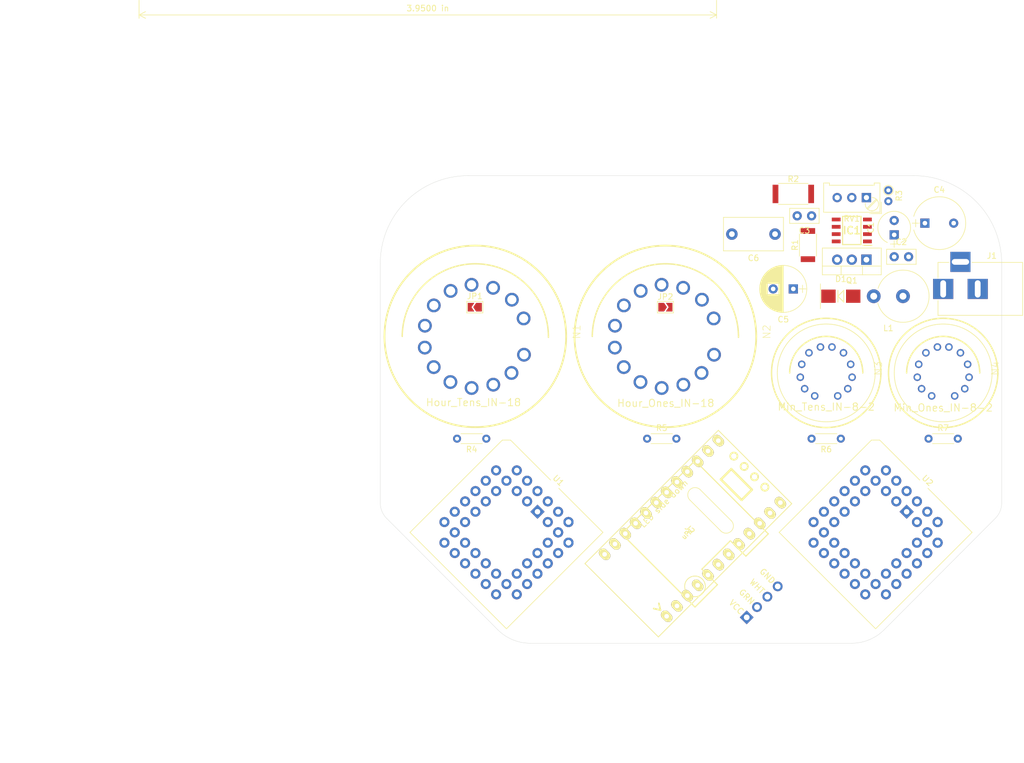
<source format=kicad_pcb>
(kicad_pcb (version 20171130) (host pcbnew "(5.1.0)-1")

  (general
    (thickness 1.6)
    (drawings 29)
    (tracks 0)
    (zones 0)
    (modules 29)
    (nets 110)
  )

  (page A4)
  (title_block
    (title "Nixie Tube Clock")
    (date 2019-04-10)
    (company "Spencer Kulbacki")
    (comment 1 "Uses GPS to set time")
  )

  (layers
    (0 F.Cu signal)
    (31 B.Cu signal)
    (32 B.Adhes user)
    (33 F.Adhes user)
    (34 B.Paste user)
    (35 F.Paste user)
    (36 B.SilkS user)
    (37 F.SilkS user)
    (38 B.Mask user)
    (39 F.Mask user)
    (40 Dwgs.User user)
    (41 Cmts.User user)
    (42 Eco1.User user)
    (43 Eco2.User user)
    (44 Edge.Cuts user)
    (45 Margin user)
    (46 B.CrtYd user)
    (47 F.CrtYd user)
    (48 B.Fab user)
    (49 F.Fab user)
  )

  (setup
    (last_trace_width 0.25)
    (trace_clearance 0.2)
    (zone_clearance 0.508)
    (zone_45_only no)
    (trace_min 0.2)
    (via_size 0.8)
    (via_drill 0.4)
    (via_min_size 0.4)
    (via_min_drill 0.3)
    (uvia_size 0.3)
    (uvia_drill 0.1)
    (uvias_allowed no)
    (uvia_min_size 0.2)
    (uvia_min_drill 0.1)
    (edge_width 0.05)
    (segment_width 0.2)
    (pcb_text_width 0.3)
    (pcb_text_size 1.5 1.5)
    (mod_edge_width 0.12)
    (mod_text_size 1 1)
    (mod_text_width 0.15)
    (pad_size 1.524 1.524)
    (pad_drill 0.762)
    (pad_to_mask_clearance 0.051)
    (solder_mask_min_width 0.25)
    (aux_axis_origin 0 0)
    (visible_elements 7FFFFFFF)
    (pcbplotparams
      (layerselection 0x010fc_ffffffff)
      (usegerberextensions false)
      (usegerberattributes false)
      (usegerberadvancedattributes false)
      (creategerberjobfile false)
      (excludeedgelayer true)
      (linewidth 0.100000)
      (plotframeref false)
      (viasonmask false)
      (mode 1)
      (useauxorigin false)
      (hpglpennumber 1)
      (hpglpenspeed 20)
      (hpglpendiameter 15.000000)
      (psnegative false)
      (psa4output false)
      (plotreference true)
      (plotvalue true)
      (plotinvisibletext false)
      (padsonsilk false)
      (subtractmaskfromsilk false)
      (outputformat 1)
      (mirror false)
      (drillshape 1)
      (scaleselection 1)
      (outputdirectory ""))
  )

  (net 0 "")
  (net 1 GND)
  (net 2 +12V)
  (net 3 "Net-(C3-Pad1)")
  (net 4 /HV_170-200)
  (net 5 "Net-(D1-Pad2)")
  (net 6 "Net-(IC1-Pad1)")
  (net 7 "Net-(IC1-Pad3)")
  (net 8 /Shdn_HV)
  (net 9 "Net-(IC1-Pad8)")
  (net 10 "Net-(J2-Pad4)")
  (net 11 "Net-(J2-Pad3)")
  (net 12 "Net-(J2-Pad2)")
  (net 13 "Net-(JP1-Pad1)")
  (net 14 "Net-(JP1-Pad2)")
  (net 15 "Net-(JP2-Pad2)")
  (net 16 "Net-(JP2-Pad1)")
  (net 17 "Net-(N1-Pad9)")
  (net 18 "Net-(N1-Pad8)")
  (net 19 "Net-(N1-Pad7)")
  (net 20 "Net-(N1-Pad6)")
  (net 21 "Net-(N1-Pad5)")
  (net 22 "Net-(N1-Pad4)")
  (net 23 "Net-(N1-Pad3)")
  (net 24 "Net-(N1-Pad2)")
  (net 25 "Net-(N1-Pad1)")
  (net 26 "Net-(N1-Pad0)")
  (net 27 "Net-(N2-Pad0)")
  (net 28 "Net-(N2-Pad1)")
  (net 29 "Net-(N2-Pad2)")
  (net 30 "Net-(N2-Pad3)")
  (net 31 "Net-(N2-Pad4)")
  (net 32 "Net-(N2-Pad5)")
  (net 33 "Net-(N2-Pad6)")
  (net 34 "Net-(N2-Pad7)")
  (net 35 "Net-(N2-Pad8)")
  (net 36 "Net-(N2-Pad9)")
  (net 37 "Net-(N3-PadA)")
  (net 38 "Net-(N3-Pad9)")
  (net 39 "Net-(N3-Pad8)")
  (net 40 "Net-(N3-Pad7)")
  (net 41 "Net-(N3-Pad6)")
  (net 42 "Net-(N3-Pad5)")
  (net 43 "Net-(N3-Pad4)")
  (net 44 "Net-(N3-Pad3)")
  (net 45 "Net-(N3-Pad2)")
  (net 46 "Net-(N3-Pad1)")
  (net 47 "Net-(N3-Pad0)")
  (net 48 "Net-(N3-Pad.)")
  (net 49 "Net-(N4-Pad.)")
  (net 50 "Net-(N4-Pad0)")
  (net 51 "Net-(N4-Pad1)")
  (net 52 "Net-(N4-Pad2)")
  (net 53 "Net-(N4-Pad3)")
  (net 54 "Net-(N4-Pad4)")
  (net 55 "Net-(N4-Pad5)")
  (net 56 "Net-(N4-Pad6)")
  (net 57 "Net-(N4-Pad7)")
  (net 58 "Net-(N4-Pad8)")
  (net 59 "Net-(N4-Pad9)")
  (net 60 "Net-(N4-PadA)")
  (net 61 "Net-(R3-Pad1)")
  (net 62 "Net-(U1-Pad39)")
  (net 63 "Net-(U1-Pad37)")
  (net 64 "Net-(U1-Pad35)")
  (net 65 "Net-(U1-Pad33)")
  (net 66 "Net-(U1-Pad31)")
  (net 67 "Net-(U1-Pad29)")
  (net 68 "Net-(U1-Pad40)")
  (net 69 "Net-(U1-Pad38)")
  (net 70 "Net-(U1-Pad36)")
  (net 71 "Net-(U1-Pad34)")
  (net 72 "Net-(U1-Pad32)")
  (net 73 "Net-(U1-Pad30)")
  (net 74 /BlankHr)
  (net 75 /LatchHr)
  (net 76 /InvertHr)
  (net 77 "Net-(U1-Pad20)")
  (net 78 "Net-(U1-Pad18)")
  (net 79 /DataHr)
  (net 80 /CLK)
  (net 81 "Net-(U1-Pad21)")
  (net 82 "Net-(U1-Pad19)")
  (net 83 "Net-(U1-Pad41)")
  (net 84 "Net-(U2-Pad39)")
  (net 85 "Net-(U2-Pad19)")
  (net 86 "Net-(U2-Pad21)")
  (net 87 /DataMin)
  (net 88 "Net-(U2-Pad29)")
  (net 89 "Net-(U2-Pad18)")
  (net 90 "Net-(U2-Pad20)")
  (net 91 /InvertMin)
  (net 92 /LatchMin)
  (net 93 /BlankMin)
  (net 94 "Net-(U2-Pad30)")
  (net 95 "Net-(U2-Pad32)")
  (net 96 "Net-(U2-Pad34)")
  (net 97 "Net-(U2-Pad36)")
  (net 98 "Net-(U2-Pad38)")
  (net 99 "Net-(U2-Pad31)")
  (net 100 "Net-(U2-Pad33)")
  (net 101 "Net-(U2-Pad35)")
  (net 102 "Net-(U2-Pad37)")
  (net 103 "Net-(uP1-PadRST)")
  (net 104 "Net-(uP1-PadA3)")
  (net 105 "Net-(uP1-PadA2)")
  (net 106 "Net-(uP1-PadA1)")
  (net 107 "Net-(uP1-PadA0)")
  (net 108 "Net-(uP1-PadRX)")
  (net 109 "Net-(uP1-PadTX)")

  (net_class Default "This is the default net class."
    (clearance 0.2)
    (trace_width 0.25)
    (via_dia 0.8)
    (via_drill 0.4)
    (uvia_dia 0.3)
    (uvia_drill 0.1)
    (add_net +12V)
    (add_net /BlankHr)
    (add_net /BlankMin)
    (add_net /CLK)
    (add_net /DataHr)
    (add_net /DataMin)
    (add_net /HV_170-200)
    (add_net /InvertHr)
    (add_net /InvertMin)
    (add_net /LatchHr)
    (add_net /LatchMin)
    (add_net /Shdn_HV)
    (add_net GND)
    (add_net "Net-(C3-Pad1)")
    (add_net "Net-(D1-Pad2)")
    (add_net "Net-(IC1-Pad1)")
    (add_net "Net-(IC1-Pad3)")
    (add_net "Net-(IC1-Pad8)")
    (add_net "Net-(J2-Pad2)")
    (add_net "Net-(J2-Pad3)")
    (add_net "Net-(J2-Pad4)")
    (add_net "Net-(JP1-Pad1)")
    (add_net "Net-(JP1-Pad2)")
    (add_net "Net-(JP2-Pad1)")
    (add_net "Net-(JP2-Pad2)")
    (add_net "Net-(N1-Pad0)")
    (add_net "Net-(N1-Pad1)")
    (add_net "Net-(N1-Pad2)")
    (add_net "Net-(N1-Pad3)")
    (add_net "Net-(N1-Pad4)")
    (add_net "Net-(N1-Pad5)")
    (add_net "Net-(N1-Pad6)")
    (add_net "Net-(N1-Pad7)")
    (add_net "Net-(N1-Pad8)")
    (add_net "Net-(N1-Pad9)")
    (add_net "Net-(N2-Pad0)")
    (add_net "Net-(N2-Pad1)")
    (add_net "Net-(N2-Pad2)")
    (add_net "Net-(N2-Pad3)")
    (add_net "Net-(N2-Pad4)")
    (add_net "Net-(N2-Pad5)")
    (add_net "Net-(N2-Pad6)")
    (add_net "Net-(N2-Pad7)")
    (add_net "Net-(N2-Pad8)")
    (add_net "Net-(N2-Pad9)")
    (add_net "Net-(N3-Pad.)")
    (add_net "Net-(N3-Pad0)")
    (add_net "Net-(N3-Pad1)")
    (add_net "Net-(N3-Pad2)")
    (add_net "Net-(N3-Pad3)")
    (add_net "Net-(N3-Pad4)")
    (add_net "Net-(N3-Pad5)")
    (add_net "Net-(N3-Pad6)")
    (add_net "Net-(N3-Pad7)")
    (add_net "Net-(N3-Pad8)")
    (add_net "Net-(N3-Pad9)")
    (add_net "Net-(N3-PadA)")
    (add_net "Net-(N4-Pad.)")
    (add_net "Net-(N4-Pad0)")
    (add_net "Net-(N4-Pad1)")
    (add_net "Net-(N4-Pad2)")
    (add_net "Net-(N4-Pad3)")
    (add_net "Net-(N4-Pad4)")
    (add_net "Net-(N4-Pad5)")
    (add_net "Net-(N4-Pad6)")
    (add_net "Net-(N4-Pad7)")
    (add_net "Net-(N4-Pad8)")
    (add_net "Net-(N4-Pad9)")
    (add_net "Net-(N4-PadA)")
    (add_net "Net-(R3-Pad1)")
    (add_net "Net-(U1-Pad18)")
    (add_net "Net-(U1-Pad19)")
    (add_net "Net-(U1-Pad20)")
    (add_net "Net-(U1-Pad21)")
    (add_net "Net-(U1-Pad29)")
    (add_net "Net-(U1-Pad30)")
    (add_net "Net-(U1-Pad31)")
    (add_net "Net-(U1-Pad32)")
    (add_net "Net-(U1-Pad33)")
    (add_net "Net-(U1-Pad34)")
    (add_net "Net-(U1-Pad35)")
    (add_net "Net-(U1-Pad36)")
    (add_net "Net-(U1-Pad37)")
    (add_net "Net-(U1-Pad38)")
    (add_net "Net-(U1-Pad39)")
    (add_net "Net-(U1-Pad40)")
    (add_net "Net-(U1-Pad41)")
    (add_net "Net-(U2-Pad18)")
    (add_net "Net-(U2-Pad19)")
    (add_net "Net-(U2-Pad20)")
    (add_net "Net-(U2-Pad21)")
    (add_net "Net-(U2-Pad29)")
    (add_net "Net-(U2-Pad30)")
    (add_net "Net-(U2-Pad31)")
    (add_net "Net-(U2-Pad32)")
    (add_net "Net-(U2-Pad33)")
    (add_net "Net-(U2-Pad34)")
    (add_net "Net-(U2-Pad35)")
    (add_net "Net-(U2-Pad36)")
    (add_net "Net-(U2-Pad37)")
    (add_net "Net-(U2-Pad38)")
    (add_net "Net-(U2-Pad39)")
    (add_net "Net-(uP1-PadA0)")
    (add_net "Net-(uP1-PadA1)")
    (add_net "Net-(uP1-PadA2)")
    (add_net "Net-(uP1-PadA3)")
    (add_net "Net-(uP1-PadRST)")
    (add_net "Net-(uP1-PadRX)")
    (add_net "Net-(uP1-PadTX)")
  )

  (module Diodes_SMD:D_SMB (layer F.Cu) (tedit 5CB5459B) (tstamp 5CADFFFF)
    (at 148.59 81.915)
    (descr "Diode SMB (DO-214AA)")
    (tags "Diode SMB (DO-214AA)")
    (path /5CA7128D)
    (attr smd)
    (fp_text reference D1 (at 0 -3) (layer F.SilkS)
      (effects (font (size 1 1) (thickness 0.15)))
    )
    (fp_text value ES2F (at 0 3.1) (layer F.Fab)
      (effects (font (size 1 1) (thickness 0.15)))
    )
    (fp_line (start -0.64944 0.00102) (end 0.50118 -0.79908) (layer F.Fab) (width 0.1))
    (fp_line (start -0.64944 0.00102) (end 0.50118 0.75032) (layer F.Fab) (width 0.1))
    (fp_line (start 0.50118 0.75032) (end 0.50118 -0.79908) (layer F.Fab) (width 0.1))
    (fp_line (start -0.64944 -0.79908) (end -0.64944 0.80112) (layer F.Fab) (width 0.1))
    (fp_line (start 0.50118 0.00102) (end 1.4994 0.00102) (layer F.Fab) (width 0.1))
    (fp_line (start -0.64944 0.00102) (end -1.55114 0.00102) (layer F.Fab) (width 0.1))
    (fp_line (start -3.65 2.25) (end -3.65 -2.25) (layer F.CrtYd) (width 0.05))
    (fp_line (start 3.65 2.25) (end -3.65 2.25) (layer F.CrtYd) (width 0.05))
    (fp_line (start 3.65 -2.25) (end 3.65 2.25) (layer F.CrtYd) (width 0.05))
    (fp_line (start -3.65 -2.25) (end 3.65 -2.25) (layer F.CrtYd) (width 0.05))
    (fp_line (start 2.3 -2) (end -2.3 -2) (layer F.Fab) (width 0.1))
    (fp_line (start 2.3 -2) (end 2.3 2) (layer F.Fab) (width 0.1))
    (fp_line (start -2.3 2) (end -2.3 -2) (layer F.Fab) (width 0.1))
    (fp_line (start 2.3 2) (end -2.3 2) (layer F.Fab) (width 0.1))
    (fp_line (start -3.55 -2.15) (end -3.55 2.15) (layer F.SilkS) (width 0.12))
    (fp_text user %R (at 0 -3) (layer F.Fab)
      (effects (font (size 1 1) (thickness 0.15)))
    )
    (fp_line (start 0.508 -1.016) (end -0.508 0) (layer F.SilkS) (width 0.15))
    (fp_line (start -0.508 0) (end 0.508 1.016) (layer F.SilkS) (width 0.15))
    (fp_line (start 0.508 1.016) (end 0.508 -1.016) (layer F.SilkS) (width 0.15))
    (fp_line (start -0.508 -1.016) (end -0.508 1.016) (layer F.SilkS) (width 0.15))
    (pad 2 smd rect (at 2.15 0) (size 2.5 2.3) (layers F.Cu F.Paste F.Mask)
      (net 5 "Net-(D1-Pad2)"))
    (pad 1 smd rect (at -2.15 0) (size 2.5 2.3) (layers F.Cu F.Paste F.Mask)
      (net 4 /HV_170-200))
    (model ${KISYS3DMOD}/Diodes_SMD.3dshapes/D_SMB.wrl
      (at (xyz 0 0 0))
      (scale (xyz 1 1 1))
      (rotate (xyz 0 0 0))
    )
  )

  (module nixies-us:nixies-us-IN-8-2 (layer F.Cu) (tedit 5CB5384D) (tstamp 5CAE00C2)
    (at 146.05 95.25)
    (path /5CA51EC6)
    (attr virtual)
    (fp_text reference N3 (at 9.04748 -0.79248 90) (layer F.SilkS)
      (effects (font (size 1.27 1.27) (thickness 0.1016)))
    )
    (fp_text value Min_Tens_IN-8-2 (at 0 5.905499) (layer F.SilkS)
      (effects (font (size 1.27 1.27) (thickness 0.15)))
    )
    (fp_arc (start 0 0) (end -6.35 0) (angle 180) (layer F.SilkS) (width 0.254))
    (fp_arc (start 0 0) (end -6.35 0) (angle 180) (layer F.SilkS) (width 0.127))
    (fp_circle (center 0 0) (end 9.5 0) (layer F.SilkS) (width 0.254))
    (fp_circle (center 0 0) (end 8.5 0) (layer F.SilkS) (width 0.127))
    (pad A thru_hole circle (at -1.99898 3.99796) (size 1.30556 1.30556) (drill 0.79756) (layers *.Cu *.Paste *.Mask)
      (net 37 "Net-(N3-PadA)"))
    (pad 9 thru_hole circle (at -4.49834 0.7493) (size 1.30556 1.30556) (drill 0.79756) (layers *.Cu *.Paste *.Mask)
      (net 38 "Net-(N3-Pad9)"))
    (pad 8 thru_hole circle (at -4.24942 -1.4986) (size 1.30556 1.30556) (drill 0.79756) (layers *.Cu *.Paste *.Mask)
      (net 39 "Net-(N3-Pad8)"))
    (pad 7 thru_hole circle (at -0.99822 -4.49834) (size 1.30556 1.30556) (drill 0.79756) (layers *.Cu *.Paste *.Mask)
      (net 40 "Net-(N3-Pad7)"))
    (pad 6 thru_hole circle (at 0.99822 -4.49834) (size 1.30556 1.30556) (drill 0.79756) (layers *.Cu *.Paste *.Mask)
      (net 41 "Net-(N3-Pad6)"))
    (pad 5 thru_hole circle (at 2.99974 -3.49758) (size 1.30556 1.30556) (drill 0.79756) (layers *.Cu *.Paste *.Mask)
      (net 42 "Net-(N3-Pad5)"))
    (pad 4 thru_hole circle (at 4.24942 -1.4986) (size 1.30556 1.30556) (drill 0.79756) (layers *.Cu *.Paste *.Mask)
      (net 43 "Net-(N3-Pad4)"))
    (pad 3 thru_hole circle (at 4.49834 0.7493) (size 1.30556 1.30556) (drill 0.79756) (layers *.Cu *.Paste *.Mask)
      (net 44 "Net-(N3-Pad3)"))
    (pad 2 thru_hole circle (at 3.74904 2.74828) (size 1.30556 1.30556) (drill 0.79756) (layers *.Cu *.Paste *.Mask)
      (net 45 "Net-(N3-Pad2)"))
    (pad 1 thru_hole circle (at 1.99898 3.99796) (size 1.30556 1.30556) (drill 0.79756) (layers *.Cu *.Paste *.Mask)
      (net 46 "Net-(N3-Pad1)"))
    (pad 0 thru_hole circle (at -3.74904 2.74828) (size 1.30556 1.30556) (drill 0.79756) (layers *.Cu *.Paste *.Mask)
      (net 47 "Net-(N3-Pad0)"))
    (pad . thru_hole circle (at -2.99974 -3.49758) (size 1.30556 1.30556) (drill 0.79756) (layers *.Cu *.Paste *.Mask)
      (net 48 "Net-(N3-Pad.)"))
    (model ${KISYS3DMOD}/walter_3D_Models/vacuum/tube_IV-6.wrl
      (at (xyz 0 0 0))
      (scale (xyz 1.4 1.4 1))
      (rotate (xyz 0 0 0))
    )
  )

  (module nixies-us:nixies-us-IN-8-2 (layer F.Cu) (tedit 5CB5381E) (tstamp 5CAE00D6)
    (at 166.37 95.25)
    (path /5CA534F2)
    (attr virtual)
    (fp_text reference N4 (at 9.04748 -0.79248 90) (layer F.SilkS)
      (effects (font (size 1.27 1.27) (thickness 0.1016)))
    )
    (fp_text value Min_Ones_IN-8-2 (at 0 6.055499) (layer F.SilkS)
      (effects (font (size 1.27 1.27) (thickness 0.15)))
    )
    (fp_circle (center 0 0) (end 8.5 0) (layer F.SilkS) (width 0.127))
    (fp_circle (center 0 0) (end 9.5 0) (layer F.SilkS) (width 0.254))
    (fp_arc (start 0 0) (end -6.35 0) (angle 180) (layer F.SilkS) (width 0.127))
    (fp_arc (start 0 0) (end -6.35 0) (angle 180) (layer F.SilkS) (width 0.254))
    (pad . thru_hole circle (at -2.99974 -3.49758) (size 1.30556 1.30556) (drill 0.79756) (layers *.Cu *.Paste *.Mask)
      (net 49 "Net-(N4-Pad.)"))
    (pad 0 thru_hole circle (at -3.74904 2.74828) (size 1.30556 1.30556) (drill 0.79756) (layers *.Cu *.Paste *.Mask)
      (net 50 "Net-(N4-Pad0)"))
    (pad 1 thru_hole circle (at 1.99898 3.99796) (size 1.30556 1.30556) (drill 0.79756) (layers *.Cu *.Paste *.Mask)
      (net 51 "Net-(N4-Pad1)"))
    (pad 2 thru_hole circle (at 3.74904 2.74828) (size 1.30556 1.30556) (drill 0.79756) (layers *.Cu *.Paste *.Mask)
      (net 52 "Net-(N4-Pad2)"))
    (pad 3 thru_hole circle (at 4.49834 0.7493) (size 1.30556 1.30556) (drill 0.79756) (layers *.Cu *.Paste *.Mask)
      (net 53 "Net-(N4-Pad3)"))
    (pad 4 thru_hole circle (at 4.24942 -1.4986) (size 1.30556 1.30556) (drill 0.79756) (layers *.Cu *.Paste *.Mask)
      (net 54 "Net-(N4-Pad4)"))
    (pad 5 thru_hole circle (at 2.99974 -3.49758) (size 1.30556 1.30556) (drill 0.79756) (layers *.Cu *.Paste *.Mask)
      (net 55 "Net-(N4-Pad5)"))
    (pad 6 thru_hole circle (at 0.99822 -4.49834) (size 1.30556 1.30556) (drill 0.79756) (layers *.Cu *.Paste *.Mask)
      (net 56 "Net-(N4-Pad6)"))
    (pad 7 thru_hole circle (at -0.99822 -4.49834) (size 1.30556 1.30556) (drill 0.79756) (layers *.Cu *.Paste *.Mask)
      (net 57 "Net-(N4-Pad7)"))
    (pad 8 thru_hole circle (at -4.24942 -1.4986) (size 1.30556 1.30556) (drill 0.79756) (layers *.Cu *.Paste *.Mask)
      (net 58 "Net-(N4-Pad8)"))
    (pad 9 thru_hole circle (at -4.49834 0.7493) (size 1.30556 1.30556) (drill 0.79756) (layers *.Cu *.Paste *.Mask)
      (net 59 "Net-(N4-Pad9)"))
    (pad A thru_hole circle (at -1.99898 3.99796) (size 1.30556 1.30556) (drill 0.79756) (layers *.Cu *.Paste *.Mask)
      (net 60 "Net-(N4-PadA)"))
    (model ${KISYS3DMOD}/walter_3D_Models/vacuum/tube_IV-6.wrl
      (at (xyz 0 0 0))
      (scale (xyz 1.4 1.4 1))
      (rotate (xyz 0 0 0))
    )
  )

  (module NixieClock:pro_mini (layer F.Cu) (tedit 5CAD8461) (tstamp 5CB608D5)
    (at 121.92 123.19 45)
    (descr "IC, ARDUINO_PRO_MINI x 0,6\"")
    (tags "DIL ARDUINO PRO MINI")
    (path /5CA501E9)
    (fp_text reference uP1 (at 0 0 225) (layer F.SilkS)
      (effects (font (size 0.8 0.8) (thickness 0.16)))
    )
    (fp_text value ARDUPROMINI (at 0.635 0 45) (layer F.Fab) hide
      (effects (font (size 0.8 0.8) (thickness 0.16)))
    )
    (fp_line (start -16.256 -8.89) (end 16.51 -8.89) (layer F.SilkS) (width 0.15))
    (fp_line (start 16.51 9.144) (end -16.256 9.144) (layer F.SilkS) (width 0.15))
    (fp_line (start -16.256 -8.89) (end -16.256 9.144) (layer F.SilkS) (width 0.15))
    (fp_line (start 16.51 9.144) (end 16.51 -8.89) (layer F.SilkS) (width 0.15))
    (fp_circle (center 15.24 -3.81) (end 15.87 -3.81) (layer F.SilkS) (width 0.3))
    (fp_circle (center 15.24 -1.27) (end 15.87 -1.27) (layer F.SilkS) (width 0.3))
    (fp_circle (center 15.24 1.27) (end 15.87 1.27) (layer F.SilkS) (width 0.3))
    (fp_circle (center 15.24 3.81) (end 15.87 3.81) (layer F.SilkS) (width 0.3))
    (fp_line (start 4.445 -3.81) (end 4.445 3.81) (layer F.SilkS) (width 0.12))
    (fp_line (start 6.985 3.81) (end 6.985 -3.81) (layer F.SilkS) (width 0.12))
    (fp_line (start 10.795 -2.54) (end 10.795 2.54) (layer F.SilkS) (width 0.4))
    (fp_line (start 10.795 2.54) (end 13.335 2.54) (layer F.SilkS) (width 0.4))
    (fp_line (start 13.335 2.54) (end 13.335 -2.54) (layer F.SilkS) (width 0.4))
    (fp_line (start 13.335 -2.54) (end 10.795 -2.54) (layer F.SilkS) (width 0.4))
    (fp_arc (start 5.715 -3.81) (end 6.985 -3.81) (angle -180) (layer F.SilkS) (width 0.12))
    (fp_arc (start 5.715 3.81) (end 4.445 3.81) (angle -180) (layer F.SilkS) (width 0.12))
    (fp_line (start -13.335 5.08) (end -12.7 6.096) (layer F.SilkS) (width 0.3))
    (fp_line (start -12.7 6.096) (end -12.065 5.08) (layer F.SilkS) (width 0.3))
    (pad RAW thru_hole oval (at -12.7 -7.62 45) (size 1.50114 2.19964) (drill 0.8001) (layers *.Cu *.Mask F.SilkS)
      (net 2 +12V))
    (pad GND thru_hole oval (at -10.16 -7.62 45) (size 1.50114 2.19964) (drill 0.8001) (layers *.Cu *.Mask F.SilkS)
      (net 1 GND))
    (pad RST thru_hole oval (at -7.62 -7.62 45) (size 1.50114 2.19964) (drill 0.8001) (layers *.Cu *.Mask F.SilkS)
      (net 103 "Net-(uP1-PadRST)"))
    (pad VCC thru_hole oval (at -5.08 -7.62 45) (size 1.50114 2.19964) (drill 0.8001) (layers *.Cu *.Mask F.SilkS)
      (net 10 "Net-(J2-Pad4)"))
    (pad A3 thru_hole oval (at -2.54 -7.62 45) (size 1.50114 2.19964) (drill 0.8001) (layers *.Cu *.Mask F.SilkS)
      (net 104 "Net-(uP1-PadA3)"))
    (pad A2 thru_hole oval (at 0 -7.62 45) (size 1.50114 2.19964) (drill 0.8001) (layers *.Cu *.Mask F.SilkS)
      (net 105 "Net-(uP1-PadA2)"))
    (pad A1 thru_hole oval (at 2.54 -7.62 45) (size 1.50114 2.19964) (drill 0.8001) (layers *.Cu *.Mask F.SilkS)
      (net 106 "Net-(uP1-PadA1)"))
    (pad A0 thru_hole oval (at 5.08 -7.62 45) (size 1.50114 2.19964) (drill 0.8001) (layers *.Cu *.Mask F.SilkS)
      (net 107 "Net-(uP1-PadA0)"))
    (pad 13 thru_hole oval (at 7.62 -7.62 45) (size 1.50114 2.19964) (drill 0.8001) (layers *.Cu *.Mask F.SilkS)
      (net 91 /InvertMin))
    (pad 12 thru_hole oval (at 10.16 -7.62 45) (size 1.50114 2.19964) (drill 0.8001) (layers *.Cu *.Mask F.SilkS)
      (net 76 /InvertHr))
    (pad 11 thru_hole oval (at 12.7 -7.62 45) (size 1.50114 2.19964) (drill 0.8001) (layers *.Cu *.Mask F.SilkS)
      (net 80 /CLK))
    (pad 10 thru_hole oval (at 15.24 -7.62 45) (size 1.50114 2.19964) (drill 0.8001) (layers *.Cu *.Mask F.SilkS)
      (net 75 /LatchHr))
    (pad 9 thru_hole oval (at 15.24 7.62 45) (size 1.50114 2.19964) (drill 0.8001) (layers *.Cu *.Mask F.SilkS)
      (net 93 /BlankMin))
    (pad 8 thru_hole oval (at 12.7 7.62 45) (size 1.50114 2.19964) (drill 0.8001) (layers *.Cu *.Mask F.SilkS)
      (net 74 /BlankHr))
    (pad 7 thru_hole oval (at 10.16 7.62 45) (size 1.50114 2.19964) (drill 0.8001) (layers *.Cu *.Mask F.SilkS)
      (net 92 /LatchMin))
    (pad 6 thru_hole oval (at 7.62 7.62 45) (size 1.50114 2.19964) (drill 0.8001) (layers *.Cu *.Mask F.SilkS)
      (net 79 /DataHr))
    (pad 5 thru_hole oval (at 5.08 7.62 45) (size 1.50114 2.19964) (drill 0.8001) (layers *.Cu *.Mask F.SilkS)
      (net 87 /DataMin))
    (pad 4 thru_hole oval (at 2.54 7.62 45) (size 1.50114 2.19964) (drill 0.8001) (layers *.Cu *.Mask F.SilkS)
      (net 8 /Shdn_HV))
    (pad 3 thru_hole oval (at 0 7.62 45) (size 1.50114 2.19964) (drill 0.8001) (layers *.Cu *.Mask F.SilkS)
      (net 11 "Net-(J2-Pad3)"))
    (pad 2 thru_hole oval (at -2.54 7.62 45) (size 1.50114 2.19964) (drill 0.8001) (layers *.Cu *.Mask F.SilkS)
      (net 12 "Net-(J2-Pad2)"))
    (pad GND thru_hole oval (at -5.08 7.62 45) (size 1.50114 2.19964) (drill 0.8001) (layers *.Cu *.Mask F.SilkS)
      (net 1 GND))
    (pad RST thru_hole oval (at -7.62 7.62 45) (size 1.50114 2.19964) (drill 0.8001) (layers *.Cu *.Mask F.SilkS)
      (net 103 "Net-(uP1-PadRST)"))
    (pad RX thru_hole oval (at -10.16 7.62 45) (size 1.50114 2.19964) (drill 0.8001) (layers *.Cu *.Mask F.SilkS)
      (net 108 "Net-(uP1-PadRX)"))
    (pad TX thru_hole oval (at -12.7 7.62 45) (size 1.50114 2.19964) (drill 0.8001) (layers *.Cu *.Mask F.SilkS)
      (net 109 "Net-(uP1-PadTX)"))
    (model Socket_Strips.3dshapes/Socket_Strip_Straight_1x12_Pitch2.54mm.wrl
      (offset (xyz 1.27 7.62 0))
      (scale (xyz 1 1 1))
      (rotate (xyz 0 0 0))
    )
    (model Socket_Strips.3dshapes/Socket_Strip_Straight_1x12_Pitch2.54mm.wrl
      (offset (xyz 1.27 -7.62 0))
      (scale (xyz 1 1 1))
      (rotate (xyz 0 0 0))
    )
    (model ${MYSLOCAL}/mysensors.3dshapes/mysensors_arduino.3dshapes/arduino_pro_mini.wrl
      (offset (xyz -1.269999980926514 0 12.19199981689453))
      (scale (xyz 0.395 0.395 0.395))
      (rotate (xyz 0 0 180))
    )
    (model SMD_Packages.3dshapes/TQFP-32.wrl
      (offset (xyz -2.23 0 11.5175))
      (scale (xyz 1 1 1))
      (rotate (xyz 0 0 135))
    )
    (model Pin_Headers.3dshapes/Pin_Header_Angled_1x06_Pitch2.54mm.wrl
      (offset (xyz -15.01 -6.35 10.5175))
      (scale (xyz 1 1 1))
      (rotate (xyz 0 0 180))
    )
    (model ${KISYS3DMOD}/Crystal.3dshapes/Crystal_HC49-4H_Vertical.wrl
      (offset (xyz 6 2.5 11))
      (scale (xyz 1 1 1))
      (rotate (xyz 0 0 90))
    )
  )

  (module Capacitors_THT:CP_Radial_Tantal_D5.5mm_P2.50mm (layer F.Cu) (tedit 597C781B) (tstamp 5CADFEF2)
    (at 157.861 71.247 90)
    (descr "CP, Radial_Tantal series, Radial, pin pitch=2.50mm, , diameter=5.5mm, Tantal Electrolytic Capacitor, http://cdn-reichelt.de/documents/datenblatt/B300/TANTAL-TB-Serie%23.pdf")
    (tags "CP Radial_Tantal series Radial pin pitch 2.50mm  diameter 5.5mm Tantal Electrolytic Capacitor")
    (path /5CA5CD77)
    (fp_text reference C1 (at 1.25 -4.06 90) (layer F.SilkS)
      (effects (font (size 1 1) (thickness 0.15)))
    )
    (fp_text value "10uF 25v" (at 1.25 4.06 90) (layer F.Fab)
      (effects (font (size 1 1) (thickness 0.15)))
    )
    (fp_text user %R (at 1.25 0 90) (layer F.Fab)
      (effects (font (size 1 1) (thickness 0.15)))
    )
    (fp_line (start 4.35 -3.1) (end -1.85 -3.1) (layer F.CrtYd) (width 0.05))
    (fp_line (start 4.35 3.1) (end 4.35 -3.1) (layer F.CrtYd) (width 0.05))
    (fp_line (start -1.85 3.1) (end 4.35 3.1) (layer F.CrtYd) (width 0.05))
    (fp_line (start -1.85 -3.1) (end -1.85 3.1) (layer F.CrtYd) (width 0.05))
    (fp_line (start -1.6 -0.65) (end -1.6 0.65) (layer F.SilkS) (width 0.12))
    (fp_line (start -2.2 0) (end -1 0) (layer F.SilkS) (width 0.12))
    (fp_line (start -1.6 -0.65) (end -1.6 0.65) (layer F.Fab) (width 0.1))
    (fp_line (start -2.2 0) (end -1 0) (layer F.Fab) (width 0.1))
    (fp_circle (center 1.25 0) (end 4 0) (layer F.Fab) (width 0.1))
    (fp_arc (start 1.25 0) (end 3.833254 -1.18) (angle 49.1) (layer F.SilkS) (width 0.12))
    (fp_arc (start 1.25 0) (end -1.333254 1.18) (angle -130.9) (layer F.SilkS) (width 0.12))
    (fp_arc (start 1.25 0) (end -1.333254 -1.18) (angle 130.9) (layer F.SilkS) (width 0.12))
    (pad 2 thru_hole circle (at 2.5 0 90) (size 1.6 1.6) (drill 0.8) (layers *.Cu *.Mask)
      (net 1 GND))
    (pad 1 thru_hole rect (at 0 0 90) (size 1.6 1.6) (drill 0.8) (layers *.Cu *.Mask)
      (net 2 +12V))
    (model ${KISYS3DMOD}/Capacitors_THT.3dshapes/CP_Radial_Tantal_D5.5mm_P2.50mm.wrl
      (at (xyz 0 0 0))
      (scale (xyz 1 1 1))
      (rotate (xyz 0 0 0))
    )
  )

  (module Capacitors_THT:C_Disc_D5.0mm_W2.5mm_P2.50mm (layer F.Cu) (tedit 597BC7C2) (tstamp 5CADFF05)
    (at 157.861 75.057)
    (descr "C, Disc series, Radial, pin pitch=2.50mm, , diameter*width=5*2.5mm^2, Capacitor, http://cdn-reichelt.de/documents/datenblatt/B300/DS_KERKO_TC.pdf")
    (tags "C Disc series Radial pin pitch 2.50mm  diameter 5mm width 2.5mm Capacitor")
    (path /5CA5D2F8)
    (fp_text reference C2 (at 1.25 -2.56) (layer F.SilkS)
      (effects (font (size 1 1) (thickness 0.15)))
    )
    (fp_text value 100n (at 1.25 2.56) (layer F.Fab)
      (effects (font (size 1 1) (thickness 0.15)))
    )
    (fp_line (start -1.25 -1.25) (end -1.25 1.25) (layer F.Fab) (width 0.1))
    (fp_line (start -1.25 1.25) (end 3.75 1.25) (layer F.Fab) (width 0.1))
    (fp_line (start 3.75 1.25) (end 3.75 -1.25) (layer F.Fab) (width 0.1))
    (fp_line (start 3.75 -1.25) (end -1.25 -1.25) (layer F.Fab) (width 0.1))
    (fp_line (start -1.31 -1.31) (end 3.81 -1.31) (layer F.SilkS) (width 0.12))
    (fp_line (start -1.31 1.31) (end 3.81 1.31) (layer F.SilkS) (width 0.12))
    (fp_line (start -1.31 -1.31) (end -1.31 1.31) (layer F.SilkS) (width 0.12))
    (fp_line (start 3.81 -1.31) (end 3.81 1.31) (layer F.SilkS) (width 0.12))
    (fp_line (start -1.6 -1.6) (end -1.6 1.6) (layer F.CrtYd) (width 0.05))
    (fp_line (start -1.6 1.6) (end 4.1 1.6) (layer F.CrtYd) (width 0.05))
    (fp_line (start 4.1 1.6) (end 4.1 -1.6) (layer F.CrtYd) (width 0.05))
    (fp_line (start 4.1 -1.6) (end -1.6 -1.6) (layer F.CrtYd) (width 0.05))
    (fp_text user %R (at 1.25 0) (layer F.Fab)
      (effects (font (size 1 1) (thickness 0.15)))
    )
    (pad 1 thru_hole circle (at 0 0) (size 1.6 1.6) (drill 0.8) (layers *.Cu *.Mask)
      (net 2 +12V))
    (pad 2 thru_hole circle (at 2.5 0) (size 1.6 1.6) (drill 0.8) (layers *.Cu *.Mask)
      (net 1 GND))
    (model ${KISYS3DMOD}/Capacitors_THT.3dshapes/C_Disc_D5.0mm_W2.5mm_P2.50mm.wrl
      (at (xyz 0 0 0))
      (scale (xyz 1 1 1))
      (rotate (xyz 0 0 0))
    )
  )

  (module Capacitors_THT:C_Disc_D5.0mm_W2.5mm_P2.50mm (layer F.Cu) (tedit 597BC7C2) (tstamp 5CADFF18)
    (at 143.51 67.945 180)
    (descr "C, Disc series, Radial, pin pitch=2.50mm, , diameter*width=5*2.5mm^2, Capacitor, http://cdn-reichelt.de/documents/datenblatt/B300/DS_KERKO_TC.pdf")
    (tags "C Disc series Radial pin pitch 2.50mm  diameter 5mm width 2.5mm Capacitor")
    (path /5CA5D677)
    (fp_text reference C3 (at 1.25 -2.56 180) (layer F.SilkS)
      (effects (font (size 1 1) (thickness 0.15)))
    )
    (fp_text value 100n (at 1.25 2.56 180) (layer F.Fab)
      (effects (font (size 1 1) (thickness 0.15)))
    )
    (fp_text user %R (at 1.25 0 180) (layer F.Fab)
      (effects (font (size 1 1) (thickness 0.15)))
    )
    (fp_line (start 4.1 -1.6) (end -1.6 -1.6) (layer F.CrtYd) (width 0.05))
    (fp_line (start 4.1 1.6) (end 4.1 -1.6) (layer F.CrtYd) (width 0.05))
    (fp_line (start -1.6 1.6) (end 4.1 1.6) (layer F.CrtYd) (width 0.05))
    (fp_line (start -1.6 -1.6) (end -1.6 1.6) (layer F.CrtYd) (width 0.05))
    (fp_line (start 3.81 -1.31) (end 3.81 1.31) (layer F.SilkS) (width 0.12))
    (fp_line (start -1.31 -1.31) (end -1.31 1.31) (layer F.SilkS) (width 0.12))
    (fp_line (start -1.31 1.31) (end 3.81 1.31) (layer F.SilkS) (width 0.12))
    (fp_line (start -1.31 -1.31) (end 3.81 -1.31) (layer F.SilkS) (width 0.12))
    (fp_line (start 3.75 -1.25) (end -1.25 -1.25) (layer F.Fab) (width 0.1))
    (fp_line (start 3.75 1.25) (end 3.75 -1.25) (layer F.Fab) (width 0.1))
    (fp_line (start -1.25 1.25) (end 3.75 1.25) (layer F.Fab) (width 0.1))
    (fp_line (start -1.25 -1.25) (end -1.25 1.25) (layer F.Fab) (width 0.1))
    (pad 2 thru_hole circle (at 2.5 0 180) (size 1.6 1.6) (drill 0.8) (layers *.Cu *.Mask)
      (net 1 GND))
    (pad 1 thru_hole circle (at 0 0 180) (size 1.6 1.6) (drill 0.8) (layers *.Cu *.Mask)
      (net 3 "Net-(C3-Pad1)"))
    (model ${KISYS3DMOD}/Capacitors_THT.3dshapes/C_Disc_D5.0mm_W2.5mm_P2.50mm.wrl
      (at (xyz 0 0 0))
      (scale (xyz 1 1 1))
      (rotate (xyz 0 0 0))
    )
  )

  (module Capacitors_THT:CP_Radial_Tantal_D9.0mm_P5.00mm (layer F.Cu) (tedit 597C781B) (tstamp 5CADFF2B)
    (at 163.195 69.215)
    (descr "CP, Radial_Tantal series, Radial, pin pitch=5.00mm, , diameter=9.0mm, Tantal Electrolytic Capacitor, http://cdn-reichelt.de/documents/datenblatt/B300/TANTAL-TB-Serie%23.pdf")
    (tags "CP Radial_Tantal series Radial pin pitch 5.00mm  diameter 9.0mm Tantal Electrolytic Capacitor")
    (path /5CA5C4B4)
    (fp_text reference C4 (at 2.5 -5.81) (layer F.SilkS)
      (effects (font (size 1 1) (thickness 0.15)))
    )
    (fp_text value "100uF 35v" (at 2.5 5.81) (layer F.Fab)
      (effects (font (size 1 1) (thickness 0.15)))
    )
    (fp_text user %R (at 2.5 0) (layer F.Fab)
      (effects (font (size 1 1) (thickness 0.15)))
    )
    (fp_line (start 7.35 -4.85) (end -2.35 -4.85) (layer F.CrtYd) (width 0.05))
    (fp_line (start 7.35 4.85) (end 7.35 -4.85) (layer F.CrtYd) (width 0.05))
    (fp_line (start -2.35 4.85) (end 7.35 4.85) (layer F.CrtYd) (width 0.05))
    (fp_line (start -2.35 -4.85) (end -2.35 4.85) (layer F.CrtYd) (width 0.05))
    (fp_line (start -1.6 -0.65) (end -1.6 0.65) (layer F.SilkS) (width 0.12))
    (fp_line (start -2.2 0) (end -1 0) (layer F.SilkS) (width 0.12))
    (fp_line (start -1.6 -0.65) (end -1.6 0.65) (layer F.Fab) (width 0.1))
    (fp_line (start -2.2 0) (end -1 0) (layer F.Fab) (width 0.1))
    (fp_circle (center 2.5 0) (end 7 0) (layer F.Fab) (width 0.1))
    (fp_arc (start 2.5 0) (end 6.93573 -1.18) (angle 29.8) (layer F.SilkS) (width 0.12))
    (fp_arc (start 2.5 0) (end -1.93573 1.18) (angle -150.2) (layer F.SilkS) (width 0.12))
    (fp_arc (start 2.5 0) (end -1.93573 -1.18) (angle 150.2) (layer F.SilkS) (width 0.12))
    (pad 2 thru_hole circle (at 5 0) (size 1.6 1.6) (drill 0.8) (layers *.Cu *.Mask)
      (net 1 GND))
    (pad 1 thru_hole rect (at 0 0) (size 1.6 1.6) (drill 0.8) (layers *.Cu *.Mask)
      (net 2 +12V))
    (model ${KISYS3DMOD}/Capacitors_THT.3dshapes/CP_Radial_Tantal_D9.0mm_P5.00mm.wrl
      (at (xyz 0 0 0))
      (scale (xyz 1 1 1))
      (rotate (xyz 0 0 0))
    )
  )

  (module Capacitors_THT:CP_Radial_D8.0mm_P3.50mm (layer F.Cu) (tedit 597BC7C2) (tstamp 5CADFFD4)
    (at 140.335 80.645 180)
    (descr "CP, Radial series, Radial, pin pitch=3.50mm, , diameter=8mm, Electrolytic Capacitor")
    (tags "CP Radial series Radial pin pitch 3.50mm  diameter 8mm Electrolytic Capacitor")
    (path /5CA71AEC)
    (fp_text reference C5 (at 1.75 -5.31 180) (layer F.SilkS)
      (effects (font (size 1 1) (thickness 0.15)))
    )
    (fp_text value "4u7 250v" (at 1.75 5.31 180) (layer F.Fab)
      (effects (font (size 1 1) (thickness 0.15)))
    )
    (fp_text user %R (at 1.75 0 180) (layer F.Fab)
      (effects (font (size 1 1) (thickness 0.15)))
    )
    (fp_line (start 6.1 -4.35) (end -2.6 -4.35) (layer F.CrtYd) (width 0.05))
    (fp_line (start 6.1 4.35) (end 6.1 -4.35) (layer F.CrtYd) (width 0.05))
    (fp_line (start -2.6 4.35) (end 6.1 4.35) (layer F.CrtYd) (width 0.05))
    (fp_line (start -2.6 -4.35) (end -2.6 4.35) (layer F.CrtYd) (width 0.05))
    (fp_line (start -1.6 -0.65) (end -1.6 0.65) (layer F.SilkS) (width 0.12))
    (fp_line (start -2.2 0) (end -1 0) (layer F.SilkS) (width 0.12))
    (fp_line (start 5.831 -0.246) (end 5.831 0.246) (layer F.SilkS) (width 0.12))
    (fp_line (start 5.791 -0.598) (end 5.791 0.598) (layer F.SilkS) (width 0.12))
    (fp_line (start 5.751 -0.814) (end 5.751 0.814) (layer F.SilkS) (width 0.12))
    (fp_line (start 5.711 -0.983) (end 5.711 0.983) (layer F.SilkS) (width 0.12))
    (fp_line (start 5.671 -1.127) (end 5.671 1.127) (layer F.SilkS) (width 0.12))
    (fp_line (start 5.631 -1.254) (end 5.631 1.254) (layer F.SilkS) (width 0.12))
    (fp_line (start 5.591 -1.369) (end 5.591 1.369) (layer F.SilkS) (width 0.12))
    (fp_line (start 5.551 -1.473) (end 5.551 1.473) (layer F.SilkS) (width 0.12))
    (fp_line (start 5.511 -1.57) (end 5.511 1.57) (layer F.SilkS) (width 0.12))
    (fp_line (start 5.471 -1.66) (end 5.471 1.66) (layer F.SilkS) (width 0.12))
    (fp_line (start 5.431 -1.745) (end 5.431 1.745) (layer F.SilkS) (width 0.12))
    (fp_line (start 5.391 -1.826) (end 5.391 1.826) (layer F.SilkS) (width 0.12))
    (fp_line (start 5.351 -1.902) (end 5.351 1.902) (layer F.SilkS) (width 0.12))
    (fp_line (start 5.311 -1.974) (end 5.311 1.974) (layer F.SilkS) (width 0.12))
    (fp_line (start 5.271 -2.043) (end 5.271 2.043) (layer F.SilkS) (width 0.12))
    (fp_line (start 5.231 -2.109) (end 5.231 2.109) (layer F.SilkS) (width 0.12))
    (fp_line (start 5.191 -2.173) (end 5.191 2.173) (layer F.SilkS) (width 0.12))
    (fp_line (start 5.151 -2.234) (end 5.151 2.234) (layer F.SilkS) (width 0.12))
    (fp_line (start 5.111 -2.293) (end 5.111 2.293) (layer F.SilkS) (width 0.12))
    (fp_line (start 5.071 -2.349) (end 5.071 2.349) (layer F.SilkS) (width 0.12))
    (fp_line (start 5.031 -2.404) (end 5.031 2.404) (layer F.SilkS) (width 0.12))
    (fp_line (start 4.991 -2.457) (end 4.991 2.457) (layer F.SilkS) (width 0.12))
    (fp_line (start 4.951 -2.508) (end 4.951 2.508) (layer F.SilkS) (width 0.12))
    (fp_line (start 4.911 -2.557) (end 4.911 2.557) (layer F.SilkS) (width 0.12))
    (fp_line (start 4.871 -2.605) (end 4.871 2.605) (layer F.SilkS) (width 0.12))
    (fp_line (start 4.831 -2.652) (end 4.831 2.652) (layer F.SilkS) (width 0.12))
    (fp_line (start 4.791 -2.697) (end 4.791 2.697) (layer F.SilkS) (width 0.12))
    (fp_line (start 4.751 -2.74) (end 4.751 2.74) (layer F.SilkS) (width 0.12))
    (fp_line (start 4.711 -2.783) (end 4.711 2.783) (layer F.SilkS) (width 0.12))
    (fp_line (start 4.671 -2.824) (end 4.671 2.824) (layer F.SilkS) (width 0.12))
    (fp_line (start 4.631 -2.865) (end 4.631 2.865) (layer F.SilkS) (width 0.12))
    (fp_line (start 4.591 -2.904) (end 4.591 2.904) (layer F.SilkS) (width 0.12))
    (fp_line (start 4.551 -2.942) (end 4.551 2.942) (layer F.SilkS) (width 0.12))
    (fp_line (start 4.511 -2.979) (end 4.511 2.979) (layer F.SilkS) (width 0.12))
    (fp_line (start 4.471 0.98) (end 4.471 3.015) (layer F.SilkS) (width 0.12))
    (fp_line (start 4.471 -3.015) (end 4.471 -0.98) (layer F.SilkS) (width 0.12))
    (fp_line (start 4.431 0.98) (end 4.431 3.05) (layer F.SilkS) (width 0.12))
    (fp_line (start 4.431 -3.05) (end 4.431 -0.98) (layer F.SilkS) (width 0.12))
    (fp_line (start 4.391 0.98) (end 4.391 3.084) (layer F.SilkS) (width 0.12))
    (fp_line (start 4.391 -3.084) (end 4.391 -0.98) (layer F.SilkS) (width 0.12))
    (fp_line (start 4.351 0.98) (end 4.351 3.118) (layer F.SilkS) (width 0.12))
    (fp_line (start 4.351 -3.118) (end 4.351 -0.98) (layer F.SilkS) (width 0.12))
    (fp_line (start 4.311 0.98) (end 4.311 3.15) (layer F.SilkS) (width 0.12))
    (fp_line (start 4.311 -3.15) (end 4.311 -0.98) (layer F.SilkS) (width 0.12))
    (fp_line (start 4.271 0.98) (end 4.271 3.182) (layer F.SilkS) (width 0.12))
    (fp_line (start 4.271 -3.182) (end 4.271 -0.98) (layer F.SilkS) (width 0.12))
    (fp_line (start 4.231 0.98) (end 4.231 3.213) (layer F.SilkS) (width 0.12))
    (fp_line (start 4.231 -3.213) (end 4.231 -0.98) (layer F.SilkS) (width 0.12))
    (fp_line (start 4.191 0.98) (end 4.191 3.243) (layer F.SilkS) (width 0.12))
    (fp_line (start 4.191 -3.243) (end 4.191 -0.98) (layer F.SilkS) (width 0.12))
    (fp_line (start 4.151 0.98) (end 4.151 3.272) (layer F.SilkS) (width 0.12))
    (fp_line (start 4.151 -3.272) (end 4.151 -0.98) (layer F.SilkS) (width 0.12))
    (fp_line (start 4.111 0.98) (end 4.111 3.301) (layer F.SilkS) (width 0.12))
    (fp_line (start 4.111 -3.301) (end 4.111 -0.98) (layer F.SilkS) (width 0.12))
    (fp_line (start 4.071 0.98) (end 4.071 3.329) (layer F.SilkS) (width 0.12))
    (fp_line (start 4.071 -3.329) (end 4.071 -0.98) (layer F.SilkS) (width 0.12))
    (fp_line (start 4.031 0.98) (end 4.031 3.356) (layer F.SilkS) (width 0.12))
    (fp_line (start 4.031 -3.356) (end 4.031 -0.98) (layer F.SilkS) (width 0.12))
    (fp_line (start 3.991 0.98) (end 3.991 3.383) (layer F.SilkS) (width 0.12))
    (fp_line (start 3.991 -3.383) (end 3.991 -0.98) (layer F.SilkS) (width 0.12))
    (fp_line (start 3.951 0.98) (end 3.951 3.408) (layer F.SilkS) (width 0.12))
    (fp_line (start 3.951 -3.408) (end 3.951 -0.98) (layer F.SilkS) (width 0.12))
    (fp_line (start 3.911 0.98) (end 3.911 3.434) (layer F.SilkS) (width 0.12))
    (fp_line (start 3.911 -3.434) (end 3.911 -0.98) (layer F.SilkS) (width 0.12))
    (fp_line (start 3.871 0.98) (end 3.871 3.458) (layer F.SilkS) (width 0.12))
    (fp_line (start 3.871 -3.458) (end 3.871 -0.98) (layer F.SilkS) (width 0.12))
    (fp_line (start 3.831 0.98) (end 3.831 3.482) (layer F.SilkS) (width 0.12))
    (fp_line (start 3.831 -3.482) (end 3.831 -0.98) (layer F.SilkS) (width 0.12))
    (fp_line (start 3.791 0.98) (end 3.791 3.505) (layer F.SilkS) (width 0.12))
    (fp_line (start 3.791 -3.505) (end 3.791 -0.98) (layer F.SilkS) (width 0.12))
    (fp_line (start 3.751 0.98) (end 3.751 3.528) (layer F.SilkS) (width 0.12))
    (fp_line (start 3.751 -3.528) (end 3.751 -0.98) (layer F.SilkS) (width 0.12))
    (fp_line (start 3.711 0.98) (end 3.711 3.55) (layer F.SilkS) (width 0.12))
    (fp_line (start 3.711 -3.55) (end 3.711 -0.98) (layer F.SilkS) (width 0.12))
    (fp_line (start 3.671 0.98) (end 3.671 3.572) (layer F.SilkS) (width 0.12))
    (fp_line (start 3.671 -3.572) (end 3.671 -0.98) (layer F.SilkS) (width 0.12))
    (fp_line (start 3.631 0.98) (end 3.631 3.593) (layer F.SilkS) (width 0.12))
    (fp_line (start 3.631 -3.593) (end 3.631 -0.98) (layer F.SilkS) (width 0.12))
    (fp_line (start 3.591 0.98) (end 3.591 3.613) (layer F.SilkS) (width 0.12))
    (fp_line (start 3.591 -3.613) (end 3.591 -0.98) (layer F.SilkS) (width 0.12))
    (fp_line (start 3.551 0.98) (end 3.551 3.633) (layer F.SilkS) (width 0.12))
    (fp_line (start 3.551 -3.633) (end 3.551 -0.98) (layer F.SilkS) (width 0.12))
    (fp_line (start 3.511 0.98) (end 3.511 3.652) (layer F.SilkS) (width 0.12))
    (fp_line (start 3.511 -3.652) (end 3.511 -0.98) (layer F.SilkS) (width 0.12))
    (fp_line (start 3.471 0.98) (end 3.471 3.671) (layer F.SilkS) (width 0.12))
    (fp_line (start 3.471 -3.671) (end 3.471 -0.98) (layer F.SilkS) (width 0.12))
    (fp_line (start 3.431 0.98) (end 3.431 3.69) (layer F.SilkS) (width 0.12))
    (fp_line (start 3.431 -3.69) (end 3.431 -0.98) (layer F.SilkS) (width 0.12))
    (fp_line (start 3.391 0.98) (end 3.391 3.707) (layer F.SilkS) (width 0.12))
    (fp_line (start 3.391 -3.707) (end 3.391 -0.98) (layer F.SilkS) (width 0.12))
    (fp_line (start 3.351 0.98) (end 3.351 3.725) (layer F.SilkS) (width 0.12))
    (fp_line (start 3.351 -3.725) (end 3.351 -0.98) (layer F.SilkS) (width 0.12))
    (fp_line (start 3.311 0.98) (end 3.311 3.741) (layer F.SilkS) (width 0.12))
    (fp_line (start 3.311 -3.741) (end 3.311 -0.98) (layer F.SilkS) (width 0.12))
    (fp_line (start 3.271 0.98) (end 3.271 3.758) (layer F.SilkS) (width 0.12))
    (fp_line (start 3.271 -3.758) (end 3.271 -0.98) (layer F.SilkS) (width 0.12))
    (fp_line (start 3.231 0.98) (end 3.231 3.773) (layer F.SilkS) (width 0.12))
    (fp_line (start 3.231 -3.773) (end 3.231 -0.98) (layer F.SilkS) (width 0.12))
    (fp_line (start 3.191 0.98) (end 3.191 3.789) (layer F.SilkS) (width 0.12))
    (fp_line (start 3.191 -3.789) (end 3.191 -0.98) (layer F.SilkS) (width 0.12))
    (fp_line (start 3.151 0.98) (end 3.151 3.803) (layer F.SilkS) (width 0.12))
    (fp_line (start 3.151 -3.803) (end 3.151 -0.98) (layer F.SilkS) (width 0.12))
    (fp_line (start 3.111 0.98) (end 3.111 3.818) (layer F.SilkS) (width 0.12))
    (fp_line (start 3.111 -3.818) (end 3.111 -0.98) (layer F.SilkS) (width 0.12))
    (fp_line (start 3.071 0.98) (end 3.071 3.832) (layer F.SilkS) (width 0.12))
    (fp_line (start 3.071 -3.832) (end 3.071 -0.98) (layer F.SilkS) (width 0.12))
    (fp_line (start 3.031 0.98) (end 3.031 3.845) (layer F.SilkS) (width 0.12))
    (fp_line (start 3.031 -3.845) (end 3.031 -0.98) (layer F.SilkS) (width 0.12))
    (fp_line (start 2.991 0.98) (end 2.991 3.858) (layer F.SilkS) (width 0.12))
    (fp_line (start 2.991 -3.858) (end 2.991 -0.98) (layer F.SilkS) (width 0.12))
    (fp_line (start 2.951 0.98) (end 2.951 3.87) (layer F.SilkS) (width 0.12))
    (fp_line (start 2.951 -3.87) (end 2.951 -0.98) (layer F.SilkS) (width 0.12))
    (fp_line (start 2.911 0.98) (end 2.911 3.883) (layer F.SilkS) (width 0.12))
    (fp_line (start 2.911 -3.883) (end 2.911 -0.98) (layer F.SilkS) (width 0.12))
    (fp_line (start 2.871 0.98) (end 2.871 3.894) (layer F.SilkS) (width 0.12))
    (fp_line (start 2.871 -3.894) (end 2.871 -0.98) (layer F.SilkS) (width 0.12))
    (fp_line (start 2.831 0.98) (end 2.831 3.905) (layer F.SilkS) (width 0.12))
    (fp_line (start 2.831 -3.905) (end 2.831 -0.98) (layer F.SilkS) (width 0.12))
    (fp_line (start 2.791 0.98) (end 2.791 3.916) (layer F.SilkS) (width 0.12))
    (fp_line (start 2.791 -3.916) (end 2.791 -0.98) (layer F.SilkS) (width 0.12))
    (fp_line (start 2.751 0.98) (end 2.751 3.926) (layer F.SilkS) (width 0.12))
    (fp_line (start 2.751 -3.926) (end 2.751 -0.98) (layer F.SilkS) (width 0.12))
    (fp_line (start 2.711 0.98) (end 2.711 3.936) (layer F.SilkS) (width 0.12))
    (fp_line (start 2.711 -3.936) (end 2.711 -0.98) (layer F.SilkS) (width 0.12))
    (fp_line (start 2.671 0.98) (end 2.671 3.946) (layer F.SilkS) (width 0.12))
    (fp_line (start 2.671 -3.946) (end 2.671 -0.98) (layer F.SilkS) (width 0.12))
    (fp_line (start 2.631 0.98) (end 2.631 3.955) (layer F.SilkS) (width 0.12))
    (fp_line (start 2.631 -3.955) (end 2.631 -0.98) (layer F.SilkS) (width 0.12))
    (fp_line (start 2.591 0.98) (end 2.591 3.963) (layer F.SilkS) (width 0.12))
    (fp_line (start 2.591 -3.963) (end 2.591 -0.98) (layer F.SilkS) (width 0.12))
    (fp_line (start 2.551 0.98) (end 2.551 3.971) (layer F.SilkS) (width 0.12))
    (fp_line (start 2.551 -3.971) (end 2.551 -0.98) (layer F.SilkS) (width 0.12))
    (fp_line (start 2.511 -3.979) (end 2.511 3.979) (layer F.SilkS) (width 0.12))
    (fp_line (start 2.471 -3.987) (end 2.471 3.987) (layer F.SilkS) (width 0.12))
    (fp_line (start 2.43 -3.994) (end 2.43 3.994) (layer F.SilkS) (width 0.12))
    (fp_line (start 2.39 -4) (end 2.39 4) (layer F.SilkS) (width 0.12))
    (fp_line (start 2.35 -4.006) (end 2.35 4.006) (layer F.SilkS) (width 0.12))
    (fp_line (start 2.31 -4.012) (end 2.31 4.012) (layer F.SilkS) (width 0.12))
    (fp_line (start 2.27 -4.017) (end 2.27 4.017) (layer F.SilkS) (width 0.12))
    (fp_line (start 2.23 -4.022) (end 2.23 4.022) (layer F.SilkS) (width 0.12))
    (fp_line (start 2.19 -4.027) (end 2.19 4.027) (layer F.SilkS) (width 0.12))
    (fp_line (start 2.15 -4.031) (end 2.15 4.031) (layer F.SilkS) (width 0.12))
    (fp_line (start 2.11 -4.035) (end 2.11 4.035) (layer F.SilkS) (width 0.12))
    (fp_line (start 2.07 -4.038) (end 2.07 4.038) (layer F.SilkS) (width 0.12))
    (fp_line (start 2.03 -4.041) (end 2.03 4.041) (layer F.SilkS) (width 0.12))
    (fp_line (start 1.99 -4.043) (end 1.99 4.043) (layer F.SilkS) (width 0.12))
    (fp_line (start 1.95 -4.046) (end 1.95 4.046) (layer F.SilkS) (width 0.12))
    (fp_line (start 1.91 -4.047) (end 1.91 4.047) (layer F.SilkS) (width 0.12))
    (fp_line (start 1.87 -4.049) (end 1.87 4.049) (layer F.SilkS) (width 0.12))
    (fp_line (start 1.83 -4.05) (end 1.83 4.05) (layer F.SilkS) (width 0.12))
    (fp_line (start 1.79 -4.05) (end 1.79 4.05) (layer F.SilkS) (width 0.12))
    (fp_line (start 1.75 -4.05) (end 1.75 4.05) (layer F.SilkS) (width 0.12))
    (fp_line (start -1.6 -0.65) (end -1.6 0.65) (layer F.Fab) (width 0.1))
    (fp_line (start -2.2 0) (end -1 0) (layer F.Fab) (width 0.1))
    (fp_circle (center 1.75 0) (end 5.84 0) (layer F.SilkS) (width 0.12))
    (fp_circle (center 1.75 0) (end 5.75 0) (layer F.Fab) (width 0.1))
    (pad 2 thru_hole circle (at 3.5 0 180) (size 1.6 1.6) (drill 0.8) (layers *.Cu *.Mask)
      (net 1 GND))
    (pad 1 thru_hole rect (at 0 0 180) (size 1.6 1.6) (drill 0.8) (layers *.Cu *.Mask)
      (net 4 /HV_170-200))
    (model ${KISYS3DMOD}/Capacitors_THT.3dshapes/CP_Radial_D8.0mm_P3.50mm.wrl
      (at (xyz 0 0 0))
      (scale (xyz 1 1 1))
      (rotate (xyz 0 0 0))
    )
  )

  (module Capacitors_THT:C_Rect_L10.3mm_W5.7mm_P7.50mm_MKS4 (layer F.Cu) (tedit 597BC7C2) (tstamp 5CADFFE7)
    (at 137.16 71.12 180)
    (descr "C, Rect series, Radial, pin pitch=7.50mm, , length*width=10.3*5.7mm^2, Capacitor, http://www.wima.com/EN/WIMA_MKS_4.pdf")
    (tags "C Rect series Radial pin pitch 7.50mm  length 10.3mm width 5.7mm Capacitor")
    (path /5CA722FF)
    (fp_text reference C6 (at 3.75 -4.16 180) (layer F.SilkS)
      (effects (font (size 1 1) (thickness 0.15)))
    )
    (fp_text value "100n 250v" (at 3.75 4.16 180) (layer F.Fab)
      (effects (font (size 1 1) (thickness 0.15)))
    )
    (fp_text user %R (at 3.75 0 180) (layer F.Fab)
      (effects (font (size 1 1) (thickness 0.15)))
    )
    (fp_line (start 9.25 -3.2) (end -1.75 -3.2) (layer F.CrtYd) (width 0.05))
    (fp_line (start 9.25 3.2) (end 9.25 -3.2) (layer F.CrtYd) (width 0.05))
    (fp_line (start -1.75 3.2) (end 9.25 3.2) (layer F.CrtYd) (width 0.05))
    (fp_line (start -1.75 -3.2) (end -1.75 3.2) (layer F.CrtYd) (width 0.05))
    (fp_line (start 8.96 -2.91) (end 8.96 2.91) (layer F.SilkS) (width 0.12))
    (fp_line (start -1.46 -2.91) (end -1.46 2.91) (layer F.SilkS) (width 0.12))
    (fp_line (start -1.46 2.91) (end 8.96 2.91) (layer F.SilkS) (width 0.12))
    (fp_line (start -1.46 -2.91) (end 8.96 -2.91) (layer F.SilkS) (width 0.12))
    (fp_line (start 8.9 -2.85) (end -1.4 -2.85) (layer F.Fab) (width 0.1))
    (fp_line (start 8.9 2.85) (end 8.9 -2.85) (layer F.Fab) (width 0.1))
    (fp_line (start -1.4 2.85) (end 8.9 2.85) (layer F.Fab) (width 0.1))
    (fp_line (start -1.4 -2.85) (end -1.4 2.85) (layer F.Fab) (width 0.1))
    (pad 2 thru_hole circle (at 7.5 0 180) (size 2 2) (drill 1) (layers *.Cu *.Mask)
      (net 1 GND))
    (pad 1 thru_hole circle (at 0 0 180) (size 2 2) (drill 1) (layers *.Cu *.Mask)
      (net 4 /HV_170-200))
    (model ${KISYS3DMOD}/Capacitors_THT.3dshapes/C_Rect_L10.3mm_W5.7mm_P7.50mm_MKS4.wrl
      (at (xyz 0 0 0))
      (scale (xyz 1 1 1))
      (rotate (xyz 0 0 0))
    )
  )

  (module Connectors:BARREL_JACK (layer F.Cu) (tedit 5861378E) (tstamp 5CAE0031)
    (at 166.37 80.645 180)
    (descr "DC Barrel Jack")
    (tags "Power Jack")
    (path /5CA45F51)
    (fp_text reference J1 (at -8.45 5.75) (layer F.SilkS)
      (effects (font (size 1 1) (thickness 0.15)))
    )
    (fp_text value Barrel_Jack (at -6.2 -5.5 180) (layer F.Fab)
      (effects (font (size 1 1) (thickness 0.15)))
    )
    (fp_line (start 1 -4.5) (end 1 -4.75) (layer F.CrtYd) (width 0.05))
    (fp_line (start 1 -4.75) (end -14 -4.75) (layer F.CrtYd) (width 0.05))
    (fp_line (start 1 -4.5) (end 1 -2) (layer F.CrtYd) (width 0.05))
    (fp_line (start 1 -2) (end 2 -2) (layer F.CrtYd) (width 0.05))
    (fp_line (start 2 -2) (end 2 2) (layer F.CrtYd) (width 0.05))
    (fp_line (start 2 2) (end 1 2) (layer F.CrtYd) (width 0.05))
    (fp_line (start 1 2) (end 1 4.75) (layer F.CrtYd) (width 0.05))
    (fp_line (start 1 4.75) (end -1 4.75) (layer F.CrtYd) (width 0.05))
    (fp_line (start -1 4.75) (end -1 6.75) (layer F.CrtYd) (width 0.05))
    (fp_line (start -1 6.75) (end -5 6.75) (layer F.CrtYd) (width 0.05))
    (fp_line (start -5 6.75) (end -5 4.75) (layer F.CrtYd) (width 0.05))
    (fp_line (start -5 4.75) (end -14 4.75) (layer F.CrtYd) (width 0.05))
    (fp_line (start -14 4.75) (end -14 -4.75) (layer F.CrtYd) (width 0.05))
    (fp_line (start -5 4.6) (end -13.8 4.6) (layer F.SilkS) (width 0.12))
    (fp_line (start -13.8 4.6) (end -13.8 -4.6) (layer F.SilkS) (width 0.12))
    (fp_line (start 0.9 1.9) (end 0.9 4.6) (layer F.SilkS) (width 0.12))
    (fp_line (start 0.9 4.6) (end -1 4.6) (layer F.SilkS) (width 0.12))
    (fp_line (start -13.8 -4.6) (end 0.9 -4.6) (layer F.SilkS) (width 0.12))
    (fp_line (start 0.9 -4.6) (end 0.9 -2) (layer F.SilkS) (width 0.12))
    (fp_line (start -10.2 -4.5) (end -10.2 4.5) (layer F.Fab) (width 0.1))
    (fp_line (start -13.7 -4.5) (end -13.7 4.5) (layer F.Fab) (width 0.1))
    (fp_line (start -13.7 4.5) (end 0.8 4.5) (layer F.Fab) (width 0.1))
    (fp_line (start 0.8 4.5) (end 0.8 -4.5) (layer F.Fab) (width 0.1))
    (fp_line (start 0.8 -4.5) (end -13.7 -4.5) (layer F.Fab) (width 0.1))
    (pad 1 thru_hole rect (at 0 0 180) (size 3.5 3.5) (drill oval 1 3) (layers *.Cu *.Mask)
      (net 2 +12V))
    (pad 2 thru_hole rect (at -6 0 180) (size 3.5 3.5) (drill oval 1 3) (layers *.Cu *.Mask)
      (net 1 GND))
    (pad 3 thru_hole rect (at -3 4.7 180) (size 3.5 3.5) (drill oval 3 1) (layers *.Cu *.Mask)
      (net 1 GND))
    (model ${KISYS3DMOD}/walter_3D_Models/conn_misc/dc_socket.wrl
      (offset (xyz -6.27 0 0))
      (scale (xyz 1 1 1))
      (rotate (xyz 0 0 90))
    )
  )

  (module NixieClock:GPS_BN180 (layer F.Cu) (tedit 5CAD7D70) (tstamp 5CB6094E)
    (at 129.54 142.24 135)
    (descr "Through hole straight pin header, 1x04, 2.54mm pitch, single row")
    (tags "Through hole pin header THT 1x04 2.54mm single row")
    (path /5CB0E83E)
    (fp_text reference J2 (at 19.05 8.89 135) (layer F.SilkS)
      (effects (font (size 1 1) (thickness 0.15)))
    )
    (fp_text value GPS (at 19.05 10.16 135) (layer F.Fab)
      (effects (font (size 1 1) (thickness 0.15)))
    )
    (fp_text user %R (at 1.27 8.89 225) (layer F.Fab)
      (effects (font (size 1 1) (thickness 0.15)))
    )
    (fp_line (start 26.89 0) (end 0 0) (layer F.CrtYd) (width 0.05))
    (fp_line (start 0 4.445) (end 0.635 3.81) (layer F.Fab) (width 0.1))
    (fp_line (start 0 13.97) (end 0 4.445) (layer F.Fab) (width 0.1))
    (fp_line (start 2.54 13.97) (end 0 13.97) (layer F.Fab) (width 0.1))
    (fp_line (start 2.54 3.81) (end 2.54 13.97) (layer F.Fab) (width 0.1))
    (fp_line (start 0.635 3.81) (end 2.54 3.81) (layer F.Fab) (width 0.1))
    (fp_line (start 8.89 0) (end 26.89 0) (layer F.SilkS) (width 0.2))
    (fp_line (start 26.89 18) (end 26.89 0) (layer F.SilkS) (width 0.2))
    (fp_line (start 26.89 18) (end 8.89 18) (layer F.SilkS) (width 0.2))
    (fp_line (start 26.89 18) (end 26.89 0) (layer F.CrtYd) (width 0.05))
    (fp_line (start 0 18) (end 26.89 18) (layer F.CrtYd) (width 0.05))
    (fp_line (start 0 0) (end 0 18) (layer F.CrtYd) (width 0.05))
    (fp_line (start 8.89 12.5) (end 8.89 18) (layer F.SilkS) (width 0.2))
    (fp_line (start 8.89 5.5) (end 8.89 0) (layer F.SilkS) (width 0.2))
    (fp_line (start 8.89 5.5) (end 12.7 5.5) (layer F.SilkS) (width 0.2))
    (fp_line (start 12.7 12.5) (end 8.89 12.5) (layer F.SilkS) (width 0.2))
    (fp_line (start 12.7 12.5) (end 12.7 5.5) (layer F.SilkS) (width 0.2))
    (fp_text user "LED side down" (at 25.4 8.89 45) (layer F.SilkS)
      (effects (font (size 1 1) (thickness 0.15)))
    )
    (fp_text user VCC (at 3.81 5.08 135) (layer F.SilkS)
      (effects (font (size 1 1) (thickness 0.15)))
    )
    (fp_text user GND (at 3.81 12.7 135) (layer F.SilkS)
      (effects (font (size 1 1) (thickness 0.15)))
    )
    (fp_text user GRN (at 3.81 7.62 135) (layer F.SilkS)
      (effects (font (size 1 1) (thickness 0.15)))
    )
    (fp_text user WHT (at 3.81 10.16 135) (layer F.SilkS)
      (effects (font (size 1 1) (thickness 0.15)))
    )
    (fp_circle (center 11.43 2.54) (end 12.7 3.81) (layer F.SilkS) (width 0.15))
    (pad 4 thru_hole oval (at 1.27 12.7 135) (size 1.7 1.7) (drill 1) (layers *.Cu *.Mask)
      (net 10 "Net-(J2-Pad4)"))
    (pad 3 thru_hole oval (at 1.27 10.16 135) (size 1.7 1.7) (drill 1) (layers *.Cu *.Mask)
      (net 11 "Net-(J2-Pad3)"))
    (pad 2 thru_hole oval (at 1.27 7.62 135) (size 1.7 1.7) (drill 1) (layers *.Cu *.Mask)
      (net 12 "Net-(J2-Pad2)"))
    (pad 1 thru_hole rect (at 1.27 5.08 135) (size 1.7 1.7) (drill 1) (layers *.Cu *.Mask)
      (net 1 GND))
    (model ${KISYS3DMOD}/RF_Module.3dshapes/ESP32-WROOM-32.wrl
      (offset (xyz 19.5 -9 6))
      (scale (xyz 1 0.8 1))
      (rotate (xyz 0 180 -90))
    )
  )

  (module NixieClock:SolderJumper-2_P1.3mm_Open_TrianglePad1.0x1.5mm (layer F.Cu) (tedit 5A64794F) (tstamp 5CAE005F)
    (at 85 83.82 180)
    (descr "SMD Solder Jumper, 1x1.5mm Triangular Pads, 0.3mm gap, open")
    (tags "solder jumper open")
    (path /5D6207AA)
    (attr virtual)
    (fp_text reference JP1 (at 0 1.905 180) (layer F.SilkS)
      (effects (font (size 1 1) (thickness 0.15)))
    )
    (fp_text value open (at 0 -1.27 180) (layer F.Fab)
      (effects (font (size 1 1) (thickness 0.15)))
    )
    (fp_line (start 1.65 1.25) (end -1.65 1.25) (layer F.CrtYd) (width 0.05))
    (fp_line (start 1.65 1.25) (end 1.65 -1.25) (layer F.CrtYd) (width 0.05))
    (fp_line (start -1.65 -1.25) (end -1.65 1.25) (layer F.CrtYd) (width 0.05))
    (fp_line (start -1.65 -1.25) (end 1.65 -1.25) (layer F.CrtYd) (width 0.05))
    (fp_line (start -1.4 -1) (end 1.4 -1) (layer F.SilkS) (width 0.12))
    (fp_line (start 1.4 -1) (end 1.4 1) (layer F.SilkS) (width 0.12))
    (fp_line (start 1.4 1) (end -1.4 1) (layer F.SilkS) (width 0.12))
    (fp_line (start -1.4 1) (end -1.4 -1) (layer F.SilkS) (width 0.12))
    (pad 1 smd custom (at -0.725 0 180) (size 0.3 0.3) (layers F.Cu F.Mask)
      (net 13 "Net-(JP1-Pad1)") (zone_connect 2)
      (options (clearance outline) (anchor rect))
      (primitives
        (gr_poly (pts
           (xy -0.5 -0.75) (xy 0.5 -0.75) (xy 1 0) (xy 0.5 0.75) (xy -0.5 0.75)
) (width 0))
      ))
    (pad 2 smd custom (at 0.725 0 180) (size 0.3 0.3) (layers F.Cu F.Mask)
      (net 14 "Net-(JP1-Pad2)") (zone_connect 2)
      (options (clearance outline) (anchor rect))
      (primitives
        (gr_poly (pts
           (xy -0.65 -0.75) (xy 0.5 -0.75) (xy 0.5 0.75) (xy -0.65 0.75) (xy -0.15 0)
) (width 0))
      ))
  )

  (module NixieClock:SolderJumper-2_P1.3mm_Open_TrianglePad1.0x1.5mm (layer F.Cu) (tedit 5A64794F) (tstamp 5CAE006D)
    (at 118.11 83.82)
    (descr "SMD Solder Jumper, 1x1.5mm Triangular Pads, 0.3mm gap, open")
    (tags "solder jumper open")
    (path /5D66C6EF)
    (attr virtual)
    (fp_text reference JP2 (at 0 -1.8) (layer F.SilkS)
      (effects (font (size 1 1) (thickness 0.15)))
    )
    (fp_text value open (at 0 1.9) (layer F.Fab)
      (effects (font (size 1 1) (thickness 0.15)))
    )
    (fp_line (start -1.4 1) (end -1.4 -1) (layer F.SilkS) (width 0.12))
    (fp_line (start 1.4 1) (end -1.4 1) (layer F.SilkS) (width 0.12))
    (fp_line (start 1.4 -1) (end 1.4 1) (layer F.SilkS) (width 0.12))
    (fp_line (start -1.4 -1) (end 1.4 -1) (layer F.SilkS) (width 0.12))
    (fp_line (start -1.65 -1.25) (end 1.65 -1.25) (layer F.CrtYd) (width 0.05))
    (fp_line (start -1.65 -1.25) (end -1.65 1.25) (layer F.CrtYd) (width 0.05))
    (fp_line (start 1.65 1.25) (end 1.65 -1.25) (layer F.CrtYd) (width 0.05))
    (fp_line (start 1.65 1.25) (end -1.65 1.25) (layer F.CrtYd) (width 0.05))
    (pad 2 smd custom (at 0.725 0) (size 0.3 0.3) (layers F.Cu F.Mask)
      (net 15 "Net-(JP2-Pad2)") (zone_connect 2)
      (options (clearance outline) (anchor rect))
      (primitives
        (gr_poly (pts
           (xy -0.65 -0.75) (xy 0.5 -0.75) (xy 0.5 0.75) (xy -0.65 0.75) (xy -0.15 0)
) (width 0))
      ))
    (pad 1 smd custom (at -0.725 0) (size 0.3 0.3) (layers F.Cu F.Mask)
      (net 16 "Net-(JP2-Pad1)") (zone_connect 2)
      (options (clearance outline) (anchor rect))
      (primitives
        (gr_poly (pts
           (xy -0.5 -0.75) (xy 0.5 -0.75) (xy 1 0) (xy 0.5 0.75) (xy -0.5 0.75)
) (width 0))
      ))
  )

  (module Inductors_THT:L_Axial_L26.0mm_D9.0mm_P5.08mm_Vertical_Fastron_77A (layer F.Cu) (tedit 587E3FCE) (tstamp 5CAE007A)
    (at 159.385 81.915 180)
    (descr "L, Axial series, Axial, Vertical, pin pitch=5.08mm, , length*diameter=26*9mm^2, Fastron, 77A, http://cdn-reichelt.de/documents/datenblatt/B400/DS_77A.pdf")
    (tags "L Axial series Axial Vertical pin pitch 5.08mm  length 26mm diameter 9mm Fastron 77A")
    (path /5CA5B561)
    (fp_text reference L1 (at 2.54 -5.56 180) (layer F.SilkS)
      (effects (font (size 1 1) (thickness 0.15)))
    )
    (fp_text value 100uH (at 2.54 5.56 180) (layer F.Fab)
      (effects (font (size 1 1) (thickness 0.15)))
    )
    (fp_line (start 6.6 -4.85) (end -4.85 -4.85) (layer F.CrtYd) (width 0.05))
    (fp_line (start 6.6 4.85) (end 6.6 -4.85) (layer F.CrtYd) (width 0.05))
    (fp_line (start -4.85 4.85) (end 6.6 4.85) (layer F.CrtYd) (width 0.05))
    (fp_line (start -4.85 -4.85) (end -4.85 4.85) (layer F.CrtYd) (width 0.05))
    (fp_line (start 0 0) (end 5.08 0) (layer F.Fab) (width 0.1))
    (fp_circle (center 0 0) (end 4.5 0) (layer F.Fab) (width 0.1))
    (fp_arc (start 0 0) (end 4.373728 -1.2) (angle -327.1) (layer F.SilkS) (width 0.12))
    (pad 2 thru_hole oval (at 5.08 0 180) (size 2.4 2.4) (drill 1.2) (layers *.Cu *.Mask)
      (net 5 "Net-(D1-Pad2)"))
    (pad 1 thru_hole circle (at 0 0 180) (size 2.4 2.4) (drill 1.2) (layers *.Cu *.Mask)
      (net 2 +12V))
    (model Inductors_THT.3dshapes/L_Axial_L26.0mm_D9.0mm_P5.08mm_Vertical_Fastron_77A.wrl
      (at (xyz 0 0 0))
      (scale (xyz 0.393701 0.393701 0.393701))
      (rotate (xyz 0 0 0))
    )
  )

  (module nixies-us:nixies-us-IN-18-DSUB (layer F.Cu) (tedit 200000) (tstamp 5CB609BF)
    (at 85.09 88.9)
    (descr "MAY BE USED WITH SOCKET: PL31-P")
    (tags "MAY BE USED WITH SOCKET: PL31-P")
    (path /5CA51022)
    (attr virtual)
    (fp_text reference N1 (at 17.61998 -0.79248 90) (layer F.SilkS)
      (effects (font (size 1.27 1.27) (thickness 0.1016)))
    )
    (fp_text value Hour_Tens_IN-18 (at -0.322581 11.485419) (layer F.SilkS)
      (effects (font (size 1.27 1.27) (thickness 0.15)))
    )
    (fp_arc (start 0 0.07874) (end -12.7 0) (angle 180) (layer F.SilkS) (width 0.254))
    (fp_circle (center 0 0) (end 0 -15.75308) (layer F.SilkS) (width 0.254))
    (fp_circle (center 0 0) (end 0 -15.81658) (layer F.SilkS) (width 0.254))
    (fp_circle (center 0 0) (end 0 -2.54) (layer Dwgs.User) (width 0.0254))
    (fp_circle (center 0 0) (end 0 -1.27) (layer B.Mask) (width 2.54))
    (fp_circle (center 0 0) (end 0 -1.27) (layer F.Mask) (width 2.54))
    (fp_circle (center 0 0) (end 0 -2.54) (layer F.Mask) (width 0.0254))
    (pad "" np_thru_hole circle (at 0 0) (size 4.99872 4.99872) (drill 4.99872) (layers *.Cu *.Mask))
    (pad N/C2 thru_hole circle (at -8.78078 1.94818) (size 2.39776 2.39776) (drill 1.59766) (layers *.Cu *.Paste *.Mask))
    (pad N/C thru_hole circle (at 8.39216 -3.12166) (size 2.39776 2.39776) (drill 1.59766) (layers *.Cu *.Paste *.Mask))
    (pad A2 thru_hole circle (at 3.12166 8.39216) (size 2.39776 2.39776) (drill 1.59766) (layers *.Cu *.Paste *.Mask)
      (net 13 "Net-(JP1-Pad1)"))
    (pad A thru_hole circle (at -0.65786 -8.97382) (size 2.39776 2.39776) (drill 1.59766) (layers *.Cu *.Paste *.Mask)
      (net 14 "Net-(JP1-Pad2)"))
    (pad 9 thru_hole circle (at 8.45566 3.1877) (size 2.39776 2.39776) (drill 1.59766) (layers *.Cu *.Paste *.Mask)
      (net 17 "Net-(N1-Pad9)"))
    (pad 8 thru_hole circle (at -7.2263 5.34162) (size 2.39776 2.39776) (drill 1.59766) (layers *.Cu *.Paste *.Mask)
      (net 18 "Net-(N1-Pad8)"))
    (pad 7 thru_hole circle (at -7.2136 -5.3848) (size 2.39776 2.39776) (drill 1.59766) (layers *.Cu *.Paste *.Mask)
      (net 19 "Net-(N1-Pad7)"))
    (pad 6 thru_hole circle (at -4.29006 -7.90448) (size 2.39776 2.39776) (drill 1.59766) (layers *.Cu *.Paste *.Mask)
      (net 20 "Net-(N1-Pad6)"))
    (pad 5 thru_hole circle (at 3.08864 -8.44804) (size 2.39776 2.39776) (drill 1.59766) (layers *.Cu *.Paste *.Mask)
      (net 21 "Net-(N1-Pad5)"))
    (pad 4 thru_hole circle (at 6.34746 -6.38048) (size 2.39776 2.39776) (drill 1.59766) (layers *.Cu *.Paste *.Mask)
      (net 22 "Net-(N1-Pad4)"))
    (pad 3 thru_hole circle (at -8.75792 -1.86182) (size 2.39776 2.39776) (drill 1.59766) (layers *.Cu *.Paste *.Mask)
      (net 23 "Net-(N1-Pad3)"))
    (pad 2 thru_hole circle (at -4.32816 7.9375) (size 2.39776 2.39776) (drill 1.59766) (layers *.Cu *.Paste *.Mask)
      (net 24 "Net-(N1-Pad2)"))
    (pad 1 thru_hole circle (at -0.64262 8.97128) (size 2.39776 2.39776) (drill 1.59766) (layers *.Cu *.Paste *.Mask)
      (net 25 "Net-(N1-Pad1)"))
    (pad 0 thru_hole circle (at 6.28142 6.35508) (size 2.39776 2.39776) (drill 1.59766) (layers *.Cu *.Paste *.Mask)
      (net 26 "Net-(N1-Pad0)"))
    (model ${KISYS3DMOD}/walter_3D_Models/vacuum/tube_gzc9-b.wrl
      (offset (xyz 0 0 -3.5))
      (scale (xyz 1.4 1.4 1))
      (rotate (xyz 0 0 0))
    )
  )

  (module nixies-us:nixies-us-IN-18-DSUB (layer F.Cu) (tedit 200000) (tstamp 5CAE00AE)
    (at 118.11 88.9)
    (descr "MAY BE USED WITH SOCKET: PL31-P")
    (tags "MAY BE USED WITH SOCKET: PL31-P")
    (path /5CA52B90)
    (attr virtual)
    (fp_text reference N2 (at 17.61998 -0.79248 90) (layer F.SilkS)
      (effects (font (size 1.27 1.27) (thickness 0.1016)))
    )
    (fp_text value Hour_Ones_IN-18 (at 0.057419 11.615419) (layer F.SilkS)
      (effects (font (size 1.27 1.27) (thickness 0.15)))
    )
    (fp_circle (center 0 0) (end 0 -2.54) (layer F.Mask) (width 0.0254))
    (fp_circle (center 0 0) (end 0 -1.27) (layer F.Mask) (width 2.54))
    (fp_circle (center 0 0) (end 0 -1.27) (layer B.Mask) (width 2.54))
    (fp_circle (center 0 0) (end 0 -2.54) (layer Dwgs.User) (width 0.0254))
    (fp_circle (center 0 0) (end 0 -15.81658) (layer F.SilkS) (width 0.254))
    (fp_circle (center 0 0) (end 0 -15.75308) (layer F.SilkS) (width 0.254))
    (fp_arc (start 0 0.07874) (end -12.7 0) (angle 180) (layer F.SilkS) (width 0.254))
    (pad 0 thru_hole circle (at 6.28142 6.35508) (size 2.39776 2.39776) (drill 1.59766) (layers *.Cu *.Paste *.Mask)
      (net 27 "Net-(N2-Pad0)"))
    (pad 1 thru_hole circle (at -0.64262 8.97128) (size 2.39776 2.39776) (drill 1.59766) (layers *.Cu *.Paste *.Mask)
      (net 28 "Net-(N2-Pad1)"))
    (pad 2 thru_hole circle (at -4.32816 7.9375) (size 2.39776 2.39776) (drill 1.59766) (layers *.Cu *.Paste *.Mask)
      (net 29 "Net-(N2-Pad2)"))
    (pad 3 thru_hole circle (at -8.75792 -1.86182) (size 2.39776 2.39776) (drill 1.59766) (layers *.Cu *.Paste *.Mask)
      (net 30 "Net-(N2-Pad3)"))
    (pad 4 thru_hole circle (at 6.34746 -6.38048) (size 2.39776 2.39776) (drill 1.59766) (layers *.Cu *.Paste *.Mask)
      (net 31 "Net-(N2-Pad4)"))
    (pad 5 thru_hole circle (at 3.08864 -8.44804) (size 2.39776 2.39776) (drill 1.59766) (layers *.Cu *.Paste *.Mask)
      (net 32 "Net-(N2-Pad5)"))
    (pad 6 thru_hole circle (at -4.29006 -7.90448) (size 2.39776 2.39776) (drill 1.59766) (layers *.Cu *.Paste *.Mask)
      (net 33 "Net-(N2-Pad6)"))
    (pad 7 thru_hole circle (at -7.2136 -5.3848) (size 2.39776 2.39776) (drill 1.59766) (layers *.Cu *.Paste *.Mask)
      (net 34 "Net-(N2-Pad7)"))
    (pad 8 thru_hole circle (at -7.2263 5.34162) (size 2.39776 2.39776) (drill 1.59766) (layers *.Cu *.Paste *.Mask)
      (net 35 "Net-(N2-Pad8)"))
    (pad 9 thru_hole circle (at 8.45566 3.1877) (size 2.39776 2.39776) (drill 1.59766) (layers *.Cu *.Paste *.Mask)
      (net 36 "Net-(N2-Pad9)"))
    (pad A thru_hole circle (at -0.65786 -8.97382) (size 2.39776 2.39776) (drill 1.59766) (layers *.Cu *.Paste *.Mask)
      (net 16 "Net-(JP2-Pad1)"))
    (pad A2 thru_hole circle (at 3.12166 8.39216) (size 2.39776 2.39776) (drill 1.59766) (layers *.Cu *.Paste *.Mask)
      (net 15 "Net-(JP2-Pad2)"))
    (pad N/C thru_hole circle (at 8.39216 -3.12166) (size 2.39776 2.39776) (drill 1.59766) (layers *.Cu *.Paste *.Mask))
    (pad N/C2 thru_hole circle (at -8.78078 1.94818) (size 2.39776 2.39776) (drill 1.59766) (layers *.Cu *.Paste *.Mask))
    (pad "" np_thru_hole circle (at 0 0) (size 4.99872 4.99872) (drill 4.99872) (layers *.Cu *.Mask))
    (model ${KISYS3DMOD}/walter_3D_Models/vacuum/tube_gzc9-b.wrl
      (offset (xyz 0 0 -3.5))
      (scale (xyz 1.4 1.4 1))
      (rotate (xyz 0 0 0))
    )
  )

  (module TO_SOT_Packages_THT:TO-220-3_Vertical (layer F.Cu) (tedit 58CE52AD) (tstamp 5CAE00F0)
    (at 153.035 75.565 180)
    (descr "TO-220-3, Vertical, RM 2.54mm")
    (tags "TO-220-3 Vertical RM 2.54mm")
    (path /5CA6AF1C)
    (fp_text reference Q1 (at 2.54 -3.62 180) (layer F.SilkS)
      (effects (font (size 1 1) (thickness 0.15)))
    )
    (fp_text value "IRF644 PBF" (at 2.54 3.92 180) (layer F.Fab)
      (effects (font (size 1 1) (thickness 0.15)))
    )
    (fp_line (start 7.79 -2.75) (end -2.71 -2.75) (layer F.CrtYd) (width 0.05))
    (fp_line (start 7.79 2.16) (end 7.79 -2.75) (layer F.CrtYd) (width 0.05))
    (fp_line (start -2.71 2.16) (end 7.79 2.16) (layer F.CrtYd) (width 0.05))
    (fp_line (start -2.71 -2.75) (end -2.71 2.16) (layer F.CrtYd) (width 0.05))
    (fp_line (start 4.391 -2.62) (end 4.391 -1.11) (layer F.SilkS) (width 0.12))
    (fp_line (start 0.69 -2.62) (end 0.69 -1.11) (layer F.SilkS) (width 0.12))
    (fp_line (start -2.58 -1.11) (end 7.66 -1.11) (layer F.SilkS) (width 0.12))
    (fp_line (start 7.66 -2.62) (end 7.66 2.021) (layer F.SilkS) (width 0.12))
    (fp_line (start -2.58 -2.62) (end -2.58 2.021) (layer F.SilkS) (width 0.12))
    (fp_line (start -2.58 2.021) (end 7.66 2.021) (layer F.SilkS) (width 0.12))
    (fp_line (start -2.58 -2.62) (end 7.66 -2.62) (layer F.SilkS) (width 0.12))
    (fp_line (start 4.39 -2.5) (end 4.39 -1.23) (layer F.Fab) (width 0.1))
    (fp_line (start 0.69 -2.5) (end 0.69 -1.23) (layer F.Fab) (width 0.1))
    (fp_line (start -2.46 -1.23) (end 7.54 -1.23) (layer F.Fab) (width 0.1))
    (fp_line (start 7.54 -2.5) (end -2.46 -2.5) (layer F.Fab) (width 0.1))
    (fp_line (start 7.54 1.9) (end 7.54 -2.5) (layer F.Fab) (width 0.1))
    (fp_line (start -2.46 1.9) (end 7.54 1.9) (layer F.Fab) (width 0.1))
    (fp_line (start -2.46 -2.5) (end -2.46 1.9) (layer F.Fab) (width 0.1))
    (fp_text user %R (at 2.54 -3.62 180) (layer F.Fab)
      (effects (font (size 1 1) (thickness 0.15)))
    )
    (pad 3 thru_hole oval (at 5.08 0 180) (size 1.8 1.8) (drill 1) (layers *.Cu *.Mask)
      (net 9 "Net-(IC1-Pad8)"))
    (pad 2 thru_hole oval (at 2.54 0 180) (size 1.8 1.8) (drill 1) (layers *.Cu *.Mask)
      (net 5 "Net-(D1-Pad2)"))
    (pad 1 thru_hole rect (at 0 0 180) (size 1.8 1.8) (drill 1) (layers *.Cu *.Mask)
      (net 6 "Net-(IC1-Pad1)"))
    (model ${KISYS3DMOD}/TO_SOT_Packages_THT.3dshapes/TO-220-3_Vertical.wrl
      (offset (xyz 2.54 0 0))
      (scale (xyz 0.397 0.397 0.397))
      (rotate (xyz 0 0 0))
    )
    (model ${KISYS3DMOD}/TO_SOT_Packages_THT.3dshapes/TO-220_Vertical.wrl
      (offset (xyz 2.5 0 0))
      (scale (xyz 0.35 0.35 0.35))
      (rotate (xyz 0 0 0))
    )
  )

  (module Resistors_SMD:R_2010 (layer F.Cu) (tedit 58E0A804) (tstamp 5CAE0101)
    (at 142.875 73.025 90)
    (descr "Resistor SMD 2010, reflow soldering, Vishay (see dcrcw.pdf)")
    (tags "resistor 2010")
    (path /5CA70A9C)
    (attr smd)
    (fp_text reference R1 (at 0 -2.25 90) (layer F.SilkS)
      (effects (font (size 1 1) (thickness 0.15)))
    )
    (fp_text value 0R100 (at 0 2.4 90) (layer F.Fab)
      (effects (font (size 1 1) (thickness 0.15)))
    )
    (fp_line (start 3.2 1.5) (end -3.2 1.5) (layer F.CrtYd) (width 0.05))
    (fp_line (start 3.2 1.5) (end 3.2 -1.5) (layer F.CrtYd) (width 0.05))
    (fp_line (start -3.2 -1.5) (end -3.2 1.5) (layer F.CrtYd) (width 0.05))
    (fp_line (start -3.2 -1.5) (end 3.2 -1.5) (layer F.CrtYd) (width 0.05))
    (fp_line (start -1.95 -1.48) (end 1.95 -1.48) (layer F.SilkS) (width 0.12))
    (fp_line (start 1.95 1.48) (end -1.95 1.48) (layer F.SilkS) (width 0.12))
    (fp_line (start -2.5 -1.25) (end 2.5 -1.25) (layer F.Fab) (width 0.1))
    (fp_line (start 2.5 -1.25) (end 2.5 1.25) (layer F.Fab) (width 0.1))
    (fp_line (start 2.5 1.25) (end -2.5 1.25) (layer F.Fab) (width 0.1))
    (fp_line (start -2.5 1.25) (end -2.5 -1.25) (layer F.Fab) (width 0.1))
    (fp_text user %R (at 0 0 90) (layer F.Fab)
      (effects (font (size 1 1) (thickness 0.15)))
    )
    (pad 2 smd rect (at 2.45 0 90) (size 1 2.5) (layers F.Cu F.Paste F.Mask)
      (net 1 GND))
    (pad 1 smd rect (at -2.45 0 90) (size 1 2.5) (layers F.Cu F.Paste F.Mask)
      (net 9 "Net-(IC1-Pad8)"))
    (model ${KISYS3DMOD}/Resistors_SMD.3dshapes/R_2010.wrl
      (at (xyz 0 0 0))
      (scale (xyz 1 1 1))
      (rotate (xyz 0 0 0))
    )
  )

  (module Resistors_SMD:R_2512 (layer F.Cu) (tedit 58E0A804) (tstamp 5CAE0112)
    (at 140.335 64.135)
    (descr "Resistor SMD 2512, reflow soldering, Vishay (see dcrcw.pdf)")
    (tags "resistor 2512")
    (path /5CA73358)
    (attr smd)
    (fp_text reference R2 (at 0 -2.6) (layer F.SilkS)
      (effects (font (size 1 1) (thickness 0.15)))
    )
    (fp_text value 1M5 (at 0 2.75) (layer F.Fab)
      (effects (font (size 1 1) (thickness 0.15)))
    )
    (fp_line (start 3.85 1.85) (end -3.85 1.85) (layer F.CrtYd) (width 0.05))
    (fp_line (start 3.85 1.85) (end 3.85 -1.85) (layer F.CrtYd) (width 0.05))
    (fp_line (start -3.85 -1.85) (end -3.85 1.85) (layer F.CrtYd) (width 0.05))
    (fp_line (start -3.85 -1.85) (end 3.85 -1.85) (layer F.CrtYd) (width 0.05))
    (fp_line (start -2.6 -1.82) (end 2.6 -1.82) (layer F.SilkS) (width 0.12))
    (fp_line (start 2.6 1.82) (end -2.6 1.82) (layer F.SilkS) (width 0.12))
    (fp_line (start -3.15 -1.6) (end 3.15 -1.6) (layer F.Fab) (width 0.1))
    (fp_line (start 3.15 -1.6) (end 3.15 1.6) (layer F.Fab) (width 0.1))
    (fp_line (start 3.15 1.6) (end -3.15 1.6) (layer F.Fab) (width 0.1))
    (fp_line (start -3.15 1.6) (end -3.15 -1.6) (layer F.Fab) (width 0.1))
    (fp_text user %R (at 0 0) (layer F.Fab)
      (effects (font (size 1 1) (thickness 0.15)))
    )
    (pad 2 smd rect (at 3.1 0) (size 1 3.2) (layers F.Cu F.Paste F.Mask)
      (net 7 "Net-(IC1-Pad3)"))
    (pad 1 smd rect (at -3.1 0) (size 1 3.2) (layers F.Cu F.Paste F.Mask)
      (net 4 /HV_170-200))
    (model ${KISYS3DMOD}/Resistors_SMD.3dshapes/R_2512.wrl
      (at (xyz 0 0 0))
      (scale (xyz 1 1 1))
      (rotate (xyz 0 0 0))
    )
  )

  (module Resistors_THT:R_Axial_DIN0204_L3.6mm_D1.6mm_P1.90mm_Vertical (layer F.Cu) (tedit 5874F706) (tstamp 5CAE0120)
    (at 156.845 63.5 270)
    (descr "Resistor, Axial_DIN0204 series, Axial, Vertical, pin pitch=1.9mm, 0.16666666666666666W = 1/6W, length*diameter=3.6*1.6mm^2, http://cdn-reichelt.de/documents/datenblatt/B400/1_4W%23YAG.pdf")
    (tags "Resistor Axial_DIN0204 series Axial Vertical pin pitch 1.9mm 0.16666666666666666W = 1/6W length 3.6mm diameter 1.6mm")
    (path /5CA7291A)
    (fp_text reference R3 (at 0.95 -1.86 270) (layer F.SilkS)
      (effects (font (size 1 1) (thickness 0.15)))
    )
    (fp_text value 10k (at 0.95 1.86 270) (layer F.Fab)
      (effects (font (size 1 1) (thickness 0.15)))
    )
    (fp_line (start 2.95 -1.15) (end -1.15 -1.15) (layer F.CrtYd) (width 0.05))
    (fp_line (start 2.95 1.15) (end 2.95 -1.15) (layer F.CrtYd) (width 0.05))
    (fp_line (start -1.15 1.15) (end 2.95 1.15) (layer F.CrtYd) (width 0.05))
    (fp_line (start -1.15 -1.15) (end -1.15 1.15) (layer F.CrtYd) (width 0.05))
    (fp_line (start 0.86 0) (end 0.9 0) (layer F.SilkS) (width 0.12))
    (fp_line (start 0 0) (end 1.9 0) (layer F.Fab) (width 0.1))
    (fp_circle (center 0 0) (end 0.86 0) (layer F.SilkS) (width 0.12))
    (fp_circle (center 0 0) (end 0.8 0) (layer F.Fab) (width 0.1))
    (pad 2 thru_hole oval (at 1.9 0 270) (size 1.4 1.4) (drill 0.7) (layers *.Cu *.Mask)
      (net 1 GND))
    (pad 1 thru_hole circle (at 0 0 270) (size 1.4 1.4) (drill 0.7) (layers *.Cu *.Mask)
      (net 61 "Net-(R3-Pad1)"))
    (model ${KISYS3DMOD}/Resistors_THT.3dshapes/R_Axial_DIN0204_L3.6mm_D1.6mm_P1.90mm_Vertical.wrl
      (at (xyz 0 0 0))
      (scale (xyz 0.393701 0.393701 0.393701))
      (rotate (xyz 0 0 0))
    )
  )

  (module Resistors_THT:R_Axial_DIN0204_L3.6mm_D1.6mm_P5.08mm_Horizontal (layer F.Cu) (tedit 5874F706) (tstamp 5CAE0132)
    (at 86.995 106.68 180)
    (descr "Resistor, Axial_DIN0204 series, Axial, Horizontal, pin pitch=5.08mm, 0.16666666666666666W = 1/6W, length*diameter=3.6*1.6mm^2, http://cdn-reichelt.de/documents/datenblatt/B400/1_4W%23YAG.pdf")
    (tags "Resistor Axial_DIN0204 series Axial Horizontal pin pitch 5.08mm 0.16666666666666666W = 1/6W length 3.6mm diameter 1.6mm")
    (path /5CBAF421)
    (fp_text reference R4 (at 2.54 -1.86 180) (layer F.SilkS)
      (effects (font (size 1 1) (thickness 0.15)))
    )
    (fp_text value 27k (at 2.54 1.86 180) (layer F.Fab)
      (effects (font (size 1 1) (thickness 0.15)))
    )
    (fp_line (start 0.74 -0.8) (end 0.74 0.8) (layer F.Fab) (width 0.1))
    (fp_line (start 0.74 0.8) (end 4.34 0.8) (layer F.Fab) (width 0.1))
    (fp_line (start 4.34 0.8) (end 4.34 -0.8) (layer F.Fab) (width 0.1))
    (fp_line (start 4.34 -0.8) (end 0.74 -0.8) (layer F.Fab) (width 0.1))
    (fp_line (start 0 0) (end 0.74 0) (layer F.Fab) (width 0.1))
    (fp_line (start 5.08 0) (end 4.34 0) (layer F.Fab) (width 0.1))
    (fp_line (start 0.68 -0.86) (end 4.4 -0.86) (layer F.SilkS) (width 0.12))
    (fp_line (start 0.68 0.86) (end 4.4 0.86) (layer F.SilkS) (width 0.12))
    (fp_line (start -0.95 -1.15) (end -0.95 1.15) (layer F.CrtYd) (width 0.05))
    (fp_line (start -0.95 1.15) (end 6.05 1.15) (layer F.CrtYd) (width 0.05))
    (fp_line (start 6.05 1.15) (end 6.05 -1.15) (layer F.CrtYd) (width 0.05))
    (fp_line (start 6.05 -1.15) (end -0.95 -1.15) (layer F.CrtYd) (width 0.05))
    (pad 1 thru_hole circle (at 0 0 180) (size 1.4 1.4) (drill 0.7) (layers *.Cu *.Mask)
      (net 4 /HV_170-200))
    (pad 2 thru_hole oval (at 5.08 0 180) (size 1.4 1.4) (drill 0.7) (layers *.Cu *.Mask)
      (net 14 "Net-(JP1-Pad2)"))
    (model ${KISYS3DMOD}/Resistors_THT.3dshapes/R_Axial_DIN0204_L3.6mm_D1.6mm_P5.08mm_Horizontal.wrl
      (at (xyz 0 0 0))
      (scale (xyz 0.393701 0.393701 0.393701))
      (rotate (xyz 0 0 0))
    )
  )

  (module Resistors_THT:R_Axial_DIN0204_L3.6mm_D1.6mm_P5.08mm_Horizontal (layer F.Cu) (tedit 5874F706) (tstamp 5CAE0144)
    (at 114.935 106.68)
    (descr "Resistor, Axial_DIN0204 series, Axial, Horizontal, pin pitch=5.08mm, 0.16666666666666666W = 1/6W, length*diameter=3.6*1.6mm^2, http://cdn-reichelt.de/documents/datenblatt/B400/1_4W%23YAG.pdf")
    (tags "Resistor Axial_DIN0204 series Axial Horizontal pin pitch 5.08mm 0.16666666666666666W = 1/6W length 3.6mm diameter 1.6mm")
    (path /5CBB3246)
    (fp_text reference R5 (at 2.54 -1.86) (layer F.SilkS)
      (effects (font (size 1 1) (thickness 0.15)))
    )
    (fp_text value 27k (at 2.54 1.86) (layer F.Fab)
      (effects (font (size 1 1) (thickness 0.15)))
    )
    (fp_line (start 6.05 -1.15) (end -0.95 -1.15) (layer F.CrtYd) (width 0.05))
    (fp_line (start 6.05 1.15) (end 6.05 -1.15) (layer F.CrtYd) (width 0.05))
    (fp_line (start -0.95 1.15) (end 6.05 1.15) (layer F.CrtYd) (width 0.05))
    (fp_line (start -0.95 -1.15) (end -0.95 1.15) (layer F.CrtYd) (width 0.05))
    (fp_line (start 0.68 0.86) (end 4.4 0.86) (layer F.SilkS) (width 0.12))
    (fp_line (start 0.68 -0.86) (end 4.4 -0.86) (layer F.SilkS) (width 0.12))
    (fp_line (start 5.08 0) (end 4.34 0) (layer F.Fab) (width 0.1))
    (fp_line (start 0 0) (end 0.74 0) (layer F.Fab) (width 0.1))
    (fp_line (start 4.34 -0.8) (end 0.74 -0.8) (layer F.Fab) (width 0.1))
    (fp_line (start 4.34 0.8) (end 4.34 -0.8) (layer F.Fab) (width 0.1))
    (fp_line (start 0.74 0.8) (end 4.34 0.8) (layer F.Fab) (width 0.1))
    (fp_line (start 0.74 -0.8) (end 0.74 0.8) (layer F.Fab) (width 0.1))
    (pad 2 thru_hole oval (at 5.08 0) (size 1.4 1.4) (drill 0.7) (layers *.Cu *.Mask)
      (net 16 "Net-(JP2-Pad1)"))
    (pad 1 thru_hole circle (at 0 0) (size 1.4 1.4) (drill 0.7) (layers *.Cu *.Mask)
      (net 4 /HV_170-200))
    (model ${KISYS3DMOD}/Resistors_THT.3dshapes/R_Axial_DIN0204_L3.6mm_D1.6mm_P5.08mm_Horizontal.wrl
      (at (xyz 0 0 0))
      (scale (xyz 0.393701 0.393701 0.393701))
      (rotate (xyz 0 0 0))
    )
  )

  (module Resistors_THT:R_Axial_DIN0204_L3.6mm_D1.6mm_P5.08mm_Horizontal (layer F.Cu) (tedit 5874F706) (tstamp 5CAE0156)
    (at 148.59 106.68 180)
    (descr "Resistor, Axial_DIN0204 series, Axial, Horizontal, pin pitch=5.08mm, 0.16666666666666666W = 1/6W, length*diameter=3.6*1.6mm^2, http://cdn-reichelt.de/documents/datenblatt/B400/1_4W%23YAG.pdf")
    (tags "Resistor Axial_DIN0204 series Axial Horizontal pin pitch 5.08mm 0.16666666666666666W = 1/6W length 3.6mm diameter 1.6mm")
    (path /5CBB354D)
    (fp_text reference R6 (at 2.54 -1.86 180) (layer F.SilkS)
      (effects (font (size 1 1) (thickness 0.15)))
    )
    (fp_text value 68k (at 2.54 1.86 180) (layer F.Fab)
      (effects (font (size 1 1) (thickness 0.15)))
    )
    (fp_line (start 6.05 -1.15) (end -0.95 -1.15) (layer F.CrtYd) (width 0.05))
    (fp_line (start 6.05 1.15) (end 6.05 -1.15) (layer F.CrtYd) (width 0.05))
    (fp_line (start -0.95 1.15) (end 6.05 1.15) (layer F.CrtYd) (width 0.05))
    (fp_line (start -0.95 -1.15) (end -0.95 1.15) (layer F.CrtYd) (width 0.05))
    (fp_line (start 0.68 0.86) (end 4.4 0.86) (layer F.SilkS) (width 0.12))
    (fp_line (start 0.68 -0.86) (end 4.4 -0.86) (layer F.SilkS) (width 0.12))
    (fp_line (start 5.08 0) (end 4.34 0) (layer F.Fab) (width 0.1))
    (fp_line (start 0 0) (end 0.74 0) (layer F.Fab) (width 0.1))
    (fp_line (start 4.34 -0.8) (end 0.74 -0.8) (layer F.Fab) (width 0.1))
    (fp_line (start 4.34 0.8) (end 4.34 -0.8) (layer F.Fab) (width 0.1))
    (fp_line (start 0.74 0.8) (end 4.34 0.8) (layer F.Fab) (width 0.1))
    (fp_line (start 0.74 -0.8) (end 0.74 0.8) (layer F.Fab) (width 0.1))
    (pad 2 thru_hole oval (at 5.08 0 180) (size 1.4 1.4) (drill 0.7) (layers *.Cu *.Mask)
      (net 37 "Net-(N3-PadA)"))
    (pad 1 thru_hole circle (at 0 0 180) (size 1.4 1.4) (drill 0.7) (layers *.Cu *.Mask)
      (net 4 /HV_170-200))
    (model ${KISYS3DMOD}/Resistors_THT.3dshapes/R_Axial_DIN0204_L3.6mm_D1.6mm_P5.08mm_Horizontal.wrl
      (at (xyz 0 0 0))
      (scale (xyz 0.393701 0.393701 0.393701))
      (rotate (xyz 0 0 0))
    )
  )

  (module Resistors_THT:R_Axial_DIN0204_L3.6mm_D1.6mm_P5.08mm_Horizontal (layer F.Cu) (tedit 5874F706) (tstamp 5CAE0168)
    (at 163.83 106.68)
    (descr "Resistor, Axial_DIN0204 series, Axial, Horizontal, pin pitch=5.08mm, 0.16666666666666666W = 1/6W, length*diameter=3.6*1.6mm^2, http://cdn-reichelt.de/documents/datenblatt/B400/1_4W%23YAG.pdf")
    (tags "Resistor Axial_DIN0204 series Axial Horizontal pin pitch 5.08mm 0.16666666666666666W = 1/6W length 3.6mm diameter 1.6mm")
    (path /5CBB3A57)
    (fp_text reference R7 (at 2.54 -1.86) (layer F.SilkS)
      (effects (font (size 1 1) (thickness 0.15)))
    )
    (fp_text value 68k (at 2.54 1.86) (layer F.Fab)
      (effects (font (size 1 1) (thickness 0.15)))
    )
    (fp_line (start 0.74 -0.8) (end 0.74 0.8) (layer F.Fab) (width 0.1))
    (fp_line (start 0.74 0.8) (end 4.34 0.8) (layer F.Fab) (width 0.1))
    (fp_line (start 4.34 0.8) (end 4.34 -0.8) (layer F.Fab) (width 0.1))
    (fp_line (start 4.34 -0.8) (end 0.74 -0.8) (layer F.Fab) (width 0.1))
    (fp_line (start 0 0) (end 0.74 0) (layer F.Fab) (width 0.1))
    (fp_line (start 5.08 0) (end 4.34 0) (layer F.Fab) (width 0.1))
    (fp_line (start 0.68 -0.86) (end 4.4 -0.86) (layer F.SilkS) (width 0.12))
    (fp_line (start 0.68 0.86) (end 4.4 0.86) (layer F.SilkS) (width 0.12))
    (fp_line (start -0.95 -1.15) (end -0.95 1.15) (layer F.CrtYd) (width 0.05))
    (fp_line (start -0.95 1.15) (end 6.05 1.15) (layer F.CrtYd) (width 0.05))
    (fp_line (start 6.05 1.15) (end 6.05 -1.15) (layer F.CrtYd) (width 0.05))
    (fp_line (start 6.05 -1.15) (end -0.95 -1.15) (layer F.CrtYd) (width 0.05))
    (pad 1 thru_hole circle (at 0 0) (size 1.4 1.4) (drill 0.7) (layers *.Cu *.Mask)
      (net 4 /HV_170-200))
    (pad 2 thru_hole oval (at 5.08 0) (size 1.4 1.4) (drill 0.7) (layers *.Cu *.Mask)
      (net 60 "Net-(N4-PadA)"))
    (model ${KISYS3DMOD}/Resistors_THT.3dshapes/R_Axial_DIN0204_L3.6mm_D1.6mm_P5.08mm_Horizontal.wrl
      (at (xyz 0 0 0))
      (scale (xyz 0.393701 0.393701 0.393701))
      (rotate (xyz 0 0 0))
    )
  )

  (module Potentiometers:Potentiometer_Trimmer_Bourns_PV36W (layer F.Cu) (tedit 5991F6F4) (tstamp 5CAE0190)
    (at 153.035 64.77 180)
    (descr "Spindle Trimmer Potentiometer, Bourns PV36W, http://www.bourns.com/docs/Product-Datasheets/pv36.pdf")
    (tags "Spindle Trimmer Potentiometer Bourns PV36W")
    (path /5CA74158)
    (fp_text reference RV1 (at 2.54 -3.66 180) (layer F.SilkS)
      (effects (font (size 1 1) (thickness 0.15)))
    )
    (fp_text value 5k (at 2.54 3.67 180) (layer F.Fab)
      (effects (font (size 1 1) (thickness 0.15)))
    )
    (fp_text user %R (at 2.54 0 180) (layer F.Fab)
      (effects (font (size 1 1) (thickness 0.15)))
    )
    (fp_line (start -2.48 2.66) (end 7.56 2.66) (layer F.CrtYd) (width 0.05))
    (fp_line (start -2.48 -2.67) (end -2.48 2.66) (layer F.CrtYd) (width 0.05))
    (fp_line (start 7.56 -2.67) (end -2.48 -2.67) (layer F.CrtYd) (width 0.05))
    (fp_line (start 7.56 2.66) (end 7.56 -2.67) (layer F.CrtYd) (width 0.05))
    (fp_line (start -2.585 -2.78) (end -0.585 -2.78) (layer F.SilkS) (width 0.12))
    (fp_line (start -2.585 -0.78) (end -2.585 -2.78) (layer F.SilkS) (width 0.12))
    (fp_line (start -0.958 -0.998) (end -0.079 -1.875) (layer F.SilkS) (width 0.12))
    (fp_line (start -1.691 -0.265) (end -0.998 -0.957) (layer F.SilkS) (width 0.12))
    (fp_line (start -1.831 -0.406) (end -0.22 -2.016) (layer F.SilkS) (width 0.12))
    (fp_line (start 7.425 -2.54) (end -2.345 -2.54) (layer F.SilkS) (width 0.12))
    (fp_line (start 7.425 2.53) (end 7.425 -2.54) (layer F.SilkS) (width 0.12))
    (fp_line (start 6.435 2.53) (end 7.425 2.53) (layer F.SilkS) (width 0.12))
    (fp_line (start 6.435 2.15) (end 6.435 2.53) (layer F.SilkS) (width 0.12))
    (fp_line (start -1.355 2.15) (end 6.435 2.15) (layer F.SilkS) (width 0.12))
    (fp_line (start -1.355 2.53) (end -1.355 2.15) (layer F.SilkS) (width 0.12))
    (fp_line (start -2.345 2.53) (end -1.355 2.53) (layer F.SilkS) (width 0.12))
    (fp_line (start -2.345 -2.54) (end -2.345 2.53) (layer F.SilkS) (width 0.12))
    (fp_line (start -2.585 -2.78) (end -0.585 -2.78) (layer F.Fab) (width 0.1))
    (fp_line (start -2.585 -0.78) (end -2.585 -2.78) (layer F.Fab) (width 0.1))
    (fp_line (start -1.652 -0.31) (end -0.125 -1.837) (layer F.Fab) (width 0.1))
    (fp_line (start -1.786 -0.444) (end -0.259 -1.971) (layer F.Fab) (width 0.1))
    (fp_line (start 7.305 -2.42) (end -2.225 -2.42) (layer F.Fab) (width 0.1))
    (fp_line (start 7.305 2.41) (end 7.305 -2.42) (layer F.Fab) (width 0.1))
    (fp_line (start 6.555 2.41) (end 7.305 2.41) (layer F.Fab) (width 0.1))
    (fp_line (start 6.555 2.03) (end 6.555 2.41) (layer F.Fab) (width 0.1))
    (fp_line (start -1.475 2.03) (end 6.555 2.03) (layer F.Fab) (width 0.1))
    (fp_line (start -1.475 2.41) (end -1.475 2.03) (layer F.Fab) (width 0.1))
    (fp_line (start -2.225 2.41) (end -1.475 2.41) (layer F.Fab) (width 0.1))
    (fp_line (start -2.225 -2.42) (end -2.225 2.41) (layer F.Fab) (width 0.1))
    (fp_circle (center -0.955 -1.14) (end 0.14 -1.14) (layer F.Fab) (width 0.1))
    (fp_arc (start -0.955 -1.14) (end 0.188 -0.98) (angle -99) (layer F.SilkS) (width 0.12))
    (fp_arc (start -0.955 -1.14) (end -0.955 -2.295) (angle -179) (layer F.SilkS) (width 0.12))
    (pad 3 thru_hole circle (at 5.08 0) (size 1.62 1.62) (drill 0.9) (layers *.Cu *.Mask)
      (net 7 "Net-(IC1-Pad3)"))
    (pad 2 thru_hole circle (at 2.54 0) (size 1.62 1.62) (drill 0.9) (layers *.Cu *.Mask)
      (net 61 "Net-(R3-Pad1)"))
    (pad 1 thru_hole rect (at 0 0) (size 1.62 1.62) (drill 0.9) (layers *.Cu *.Mask)
      (net 61 "Net-(R3-Pad1)"))
    (model ${KISYS3DMOD}/Potentiometers.3dshapes/Potentiometer_Trimmer_Bourns_PV36W.wrl
      (at (xyz 0 0 0))
      (scale (xyz 1 1 1))
      (rotate (xyz 0 0 0))
    )
    (model ${KISYS3DMOD}/Potentiometer_THT.3dshapes/Potentiometer_Bourns_3296W_Vertical.wrl
      (at (xyz 0 0 0))
      (scale (xyz 1 1 1))
      (rotate (xyz 0 0 180))
    )
  )

  (module Housings_LCC:PLCC-44_THT-Socket (layer F.Cu) (tedit 58FB5F08) (tstamp 5CB60740)
    (at 95.885 119.38 315)
    (descr "PLCC, 44 pins, through hole")
    (tags "plcc leaded")
    (path /5CB78099)
    (fp_text reference U1 (at -1.27 -6.4 315) (layer F.SilkS)
      (effects (font (size 1 1) (thickness 0.15)))
    )
    (fp_text value HV5622 (at -1.27 19.1 315) (layer F.Fab)
      (effects (font (size 1 1) (thickness 0.15)))
    )
    (fp_text user %R (at -1.27 6.35 315) (layer F.Fab)
      (effects (font (size 1 1) (thickness 0.15)))
    )
    (fp_line (start 10.58 -5.5) (end -0.27 -5.5) (layer F.SilkS) (width 0.12))
    (fp_line (start 10.58 18.2) (end 10.58 -5.5) (layer F.SilkS) (width 0.12))
    (fp_line (start -13.12 18.2) (end 10.58 18.2) (layer F.SilkS) (width 0.12))
    (fp_line (start -13.12 -4.5) (end -13.12 18.2) (layer F.SilkS) (width 0.12))
    (fp_line (start -12.12 -5.5) (end -13.12 -4.5) (layer F.SilkS) (width 0.12))
    (fp_line (start -2.27 -5.5) (end -12.12 -5.5) (layer F.SilkS) (width 0.12))
    (fp_line (start -1.27 -4.4) (end -0.77 -5.4) (layer F.Fab) (width 0.1))
    (fp_line (start -1.77 -5.4) (end -1.27 -4.4) (layer F.Fab) (width 0.1))
    (fp_line (start 7.94 -2.86) (end -10.48 -2.86) (layer F.Fab) (width 0.1))
    (fp_line (start 7.94 15.56) (end 7.94 -2.86) (layer F.Fab) (width 0.1))
    (fp_line (start -10.48 15.56) (end 7.94 15.56) (layer F.Fab) (width 0.1))
    (fp_line (start -10.48 -2.86) (end -10.48 15.56) (layer F.Fab) (width 0.1))
    (fp_line (start 10.98 -5.9) (end -13.52 -5.9) (layer F.CrtYd) (width 0.05))
    (fp_line (start 10.98 18.6) (end 10.98 -5.9) (layer F.CrtYd) (width 0.05))
    (fp_line (start -13.52 18.6) (end 10.98 18.6) (layer F.CrtYd) (width 0.05))
    (fp_line (start -13.52 -5.9) (end -13.52 18.6) (layer F.CrtYd) (width 0.05))
    (fp_line (start 10.48 -5.4) (end -12.02 -5.4) (layer F.Fab) (width 0.1))
    (fp_line (start 10.48 18.1) (end 10.48 -5.4) (layer F.Fab) (width 0.1))
    (fp_line (start -13.02 18.1) (end 10.48 18.1) (layer F.Fab) (width 0.1))
    (fp_line (start -13.02 -4.4) (end -13.02 18.1) (layer F.Fab) (width 0.1))
    (fp_line (start -12.02 -5.4) (end -13.02 -4.4) (layer F.Fab) (width 0.1))
    (pad 39 thru_hole circle (at 7.62 0 315) (size 1.75 1.75) (drill 0.95) (layers *.Cu *.Mask)
      (net 62 "Net-(U1-Pad39)"))
    (pad 37 thru_hole circle (at 7.62 2.54 315) (size 1.75 1.75) (drill 0.95) (layers *.Cu *.Mask)
      (net 63 "Net-(U1-Pad37)"))
    (pad 35 thru_hole circle (at 7.62 5.08 315) (size 1.75 1.75) (drill 0.95) (layers *.Cu *.Mask)
      (net 64 "Net-(U1-Pad35)"))
    (pad 33 thru_hole circle (at 7.62 7.62 315) (size 1.75 1.75) (drill 0.95) (layers *.Cu *.Mask)
      (net 65 "Net-(U1-Pad33)"))
    (pad 31 thru_hole circle (at 7.62 10.16 315) (size 1.75 1.75) (drill 0.95) (layers *.Cu *.Mask)
      (net 66 "Net-(U1-Pad31)"))
    (pad 29 thru_hole circle (at 7.62 12.7 315) (size 1.75 1.75) (drill 0.95) (layers *.Cu *.Mask)
      (net 67 "Net-(U1-Pad29)"))
    (pad 40 thru_hole circle (at 5.08 -2.54 315) (size 1.75 1.75) (drill 0.95) (layers *.Cu *.Mask)
      (net 68 "Net-(U1-Pad40)"))
    (pad 38 thru_hole circle (at 5.08 0 315) (size 1.75 1.75) (drill 0.95) (layers *.Cu *.Mask)
      (net 69 "Net-(U1-Pad38)"))
    (pad 36 thru_hole circle (at 5.08 2.54 315) (size 1.75 1.75) (drill 0.95) (layers *.Cu *.Mask)
      (net 70 "Net-(U1-Pad36)"))
    (pad 34 thru_hole circle (at 5.08 5.08 315) (size 1.75 1.75) (drill 0.95) (layers *.Cu *.Mask)
      (net 71 "Net-(U1-Pad34)"))
    (pad 32 thru_hole circle (at 5.08 7.62 315) (size 1.75 1.75) (drill 0.95) (layers *.Cu *.Mask)
      (net 72 "Net-(U1-Pad32)"))
    (pad 30 thru_hole circle (at 5.08 10.16 315) (size 1.75 1.75) (drill 0.95) (layers *.Cu *.Mask)
      (net 73 "Net-(U1-Pad30)"))
    (pad 28 thru_hole circle (at 5.08 15.24 315) (size 1.75 1.75) (drill 0.95) (layers *.Cu *.Mask)
      (net 74 /BlankHr))
    (pad 26 thru_hole circle (at 2.54 15.24 315) (size 1.75 1.75) (drill 0.95) (layers *.Cu *.Mask)
      (net 75 /LatchHr))
    (pad 24 thru_hole circle (at 0 15.24 315) (size 1.75 1.75) (drill 0.95) (layers *.Cu *.Mask)
      (net 1 GND))
    (pad 22 thru_hole circle (at -2.54 15.24 315) (size 1.75 1.75) (drill 0.95) (layers *.Cu *.Mask)
      (net 76 /InvertHr))
    (pad 20 thru_hole circle (at -5.08 15.24 315) (size 1.75 1.75) (drill 0.95) (layers *.Cu *.Mask)
      (net 77 "Net-(U1-Pad20)"))
    (pad 18 thru_hole circle (at -7.62 15.24 315) (size 1.75 1.75) (drill 0.95) (layers *.Cu *.Mask)
      (net 78 "Net-(U1-Pad18)"))
    (pad 29 thru_hole circle (at 5.08 12.7 315) (size 1.75 1.75) (drill 0.95) (layers *.Cu *.Mask)
      (net 67 "Net-(U1-Pad29)"))
    (pad 27 thru_hole circle (at 2.54 12.7 315) (size 1.75 1.75) (drill 0.95) (layers *.Cu *.Mask)
      (net 79 /DataHr))
    (pad 25 thru_hole circle (at 0 12.7 315) (size 1.75 1.75) (drill 0.95) (layers *.Cu *.Mask)
      (net 2 +12V))
    (pad 23 thru_hole circle (at -2.54 12.7 315) (size 1.75 1.75) (drill 0.95) (layers *.Cu *.Mask)
      (net 80 /CLK))
    (pad 21 thru_hole circle (at -5.08 12.7 315) (size 1.75 1.75) (drill 0.95) (layers *.Cu *.Mask)
      (net 81 "Net-(U1-Pad21)"))
    (pad 19 thru_hole circle (at -7.62 12.7 315) (size 1.75 1.75) (drill 0.95) (layers *.Cu *.Mask)
      (net 82 "Net-(U1-Pad19)"))
    (pad 17 thru_hole circle (at -10.16 12.7 315) (size 1.75 1.75) (drill 0.95) (layers *.Cu *.Mask)
      (net 25 "Net-(N1-Pad1)"))
    (pad 15 thru_hole circle (at -10.16 10.16 315) (size 1.75 1.75) (drill 0.95) (layers *.Cu *.Mask)
      (net 23 "Net-(N1-Pad3)"))
    (pad 13 thru_hole circle (at -10.16 7.62 315) (size 1.75 1.75) (drill 0.95) (layers *.Cu *.Mask)
      (net 21 "Net-(N1-Pad5)"))
    (pad 11 thru_hole circle (at -10.16 5.08 315) (size 1.75 1.75) (drill 0.95) (layers *.Cu *.Mask)
      (net 19 "Net-(N1-Pad7)"))
    (pad 9 thru_hole circle (at -10.16 2.54 315) (size 1.75 1.75) (drill 0.95) (layers *.Cu *.Mask)
      (net 17 "Net-(N1-Pad9)"))
    (pad 7 thru_hole circle (at -10.16 0 315) (size 1.75 1.75) (drill 0.95) (layers *.Cu *.Mask)
      (net 28 "Net-(N2-Pad1)"))
    (pad 16 thru_hole circle (at -7.62 10.16 315) (size 1.75 1.75) (drill 0.95) (layers *.Cu *.Mask)
      (net 24 "Net-(N1-Pad2)"))
    (pad 14 thru_hole circle (at -7.62 7.62 315) (size 1.75 1.75) (drill 0.95) (layers *.Cu *.Mask)
      (net 22 "Net-(N1-Pad4)"))
    (pad 12 thru_hole circle (at -7.62 5.08 315) (size 1.75 1.75) (drill 0.95) (layers *.Cu *.Mask)
      (net 20 "Net-(N1-Pad6)"))
    (pad 10 thru_hole circle (at -7.62 2.54 315) (size 1.75 1.75) (drill 0.95) (layers *.Cu *.Mask)
      (net 18 "Net-(N1-Pad8)"))
    (pad 8 thru_hole circle (at -7.62 0 315) (size 1.75 1.75) (drill 0.95) (layers *.Cu *.Mask)
      (net 26 "Net-(N1-Pad0)"))
    (pad 40 thru_hole circle (at 5.08 -2.54 315) (size 1.75 1.75) (drill 0.95) (layers *.Cu *.Mask)
      (net 68 "Net-(U1-Pad40)"))
    (pad 42 thru_hole circle (at 2.54 -2.54 315) (size 1.75 1.75) (drill 0.95) (layers *.Cu *.Mask)
      (net 27 "Net-(N2-Pad0)"))
    (pad 44 thru_hole circle (at 0 -2.54 315) (size 1.75 1.75) (drill 0.95) (layers *.Cu *.Mask)
      (net 35 "Net-(N2-Pad8)"))
    (pad 6 thru_hole circle (at -7.62 -2.54 315) (size 1.75 1.75) (drill 0.95) (layers *.Cu *.Mask)
      (net 29 "Net-(N2-Pad2)"))
    (pad 4 thru_hole circle (at -5.08 -2.54 315) (size 1.75 1.75) (drill 0.95) (layers *.Cu *.Mask)
      (net 31 "Net-(N2-Pad4)"))
    (pad 2 thru_hole circle (at -2.54 -2.54 315) (size 1.75 1.75) (drill 0.95) (layers *.Cu *.Mask)
      (net 33 "Net-(N2-Pad6)"))
    (pad 39 thru_hole circle (at 7.62 0 315) (size 1.75 1.75) (drill 0.95) (layers *.Cu *.Mask)
      (net 62 "Net-(U1-Pad39)"))
    (pad 41 thru_hole circle (at 5.08 0 315) (size 1.75 1.75) (drill 0.95) (layers *.Cu *.Mask)
      (net 83 "Net-(U1-Pad41)"))
    (pad 43 thru_hole circle (at 2.54 0 315) (size 1.75 1.75) (drill 0.95) (layers *.Cu *.Mask)
      (net 36 "Net-(N2-Pad9)"))
    (pad 5 thru_hole circle (at -5.08 0 315) (size 1.75 1.75) (drill 0.95) (layers *.Cu *.Mask)
      (net 30 "Net-(N2-Pad3)"))
    (pad 3 thru_hole circle (at -2.54 0 315) (size 1.75 1.75) (drill 0.95) (layers *.Cu *.Mask)
      (net 32 "Net-(N2-Pad5)"))
    (pad 1 thru_hole rect (at 0 0 315) (size 1.75 1.75) (drill 0.95) (layers *.Cu *.Mask)
      (net 34 "Net-(N2-Pad7)"))
    (model ${KISYS3DMOD}/walter_3D_Models/pth_plcc/plcc44_pth-skt.wrl
      (offset (xyz -1.27 -6.27 0))
      (scale (xyz 1 1 1))
      (rotate (xyz 0 0 180))
    )
  )

  (module Housings_LCC:PLCC-44_THT-Socket (layer F.Cu) (tedit 58FB5F08) (tstamp 5CB60818)
    (at 160.02 119.38 315)
    (descr "PLCC, 44 pins, through hole")
    (tags "plcc leaded")
    (path /5CD7AD4E)
    (fp_text reference U2 (at -1.27 -6.4 315) (layer F.SilkS)
      (effects (font (size 1 1) (thickness 0.15)))
    )
    (fp_text value HV5622 (at -1.27 19.1 315) (layer F.Fab)
      (effects (font (size 1 1) (thickness 0.15)))
    )
    (fp_line (start -12.02 -5.4) (end -13.02 -4.4) (layer F.Fab) (width 0.1))
    (fp_line (start -13.02 -4.4) (end -13.02 18.1) (layer F.Fab) (width 0.1))
    (fp_line (start -13.02 18.1) (end 10.48 18.1) (layer F.Fab) (width 0.1))
    (fp_line (start 10.48 18.1) (end 10.48 -5.4) (layer F.Fab) (width 0.1))
    (fp_line (start 10.48 -5.4) (end -12.02 -5.4) (layer F.Fab) (width 0.1))
    (fp_line (start -13.52 -5.9) (end -13.52 18.6) (layer F.CrtYd) (width 0.05))
    (fp_line (start -13.52 18.6) (end 10.98 18.6) (layer F.CrtYd) (width 0.05))
    (fp_line (start 10.98 18.6) (end 10.98 -5.9) (layer F.CrtYd) (width 0.05))
    (fp_line (start 10.98 -5.9) (end -13.52 -5.9) (layer F.CrtYd) (width 0.05))
    (fp_line (start -10.48 -2.86) (end -10.48 15.56) (layer F.Fab) (width 0.1))
    (fp_line (start -10.48 15.56) (end 7.94 15.56) (layer F.Fab) (width 0.1))
    (fp_line (start 7.94 15.56) (end 7.94 -2.86) (layer F.Fab) (width 0.1))
    (fp_line (start 7.94 -2.86) (end -10.48 -2.86) (layer F.Fab) (width 0.1))
    (fp_line (start -1.77 -5.4) (end -1.27 -4.4) (layer F.Fab) (width 0.1))
    (fp_line (start -1.27 -4.4) (end -0.77 -5.4) (layer F.Fab) (width 0.1))
    (fp_line (start -2.27 -5.5) (end -12.12 -5.5) (layer F.SilkS) (width 0.12))
    (fp_line (start -12.12 -5.5) (end -13.12 -4.5) (layer F.SilkS) (width 0.12))
    (fp_line (start -13.12 -4.5) (end -13.12 18.2) (layer F.SilkS) (width 0.12))
    (fp_line (start -13.12 18.2) (end 10.58 18.2) (layer F.SilkS) (width 0.12))
    (fp_line (start 10.58 18.2) (end 10.58 -5.5) (layer F.SilkS) (width 0.12))
    (fp_line (start 10.58 -5.5) (end -0.27 -5.5) (layer F.SilkS) (width 0.12))
    (fp_text user %R (at -1.27 6.35 315) (layer F.Fab)
      (effects (font (size 1 1) (thickness 0.15)))
    )
    (pad 1 thru_hole rect (at 0 0 315) (size 1.75 1.75) (drill 0.95) (layers *.Cu *.Mask)
      (net 57 "Net-(N4-Pad7)"))
    (pad 3 thru_hole circle (at -2.54 0 315) (size 1.75 1.75) (drill 0.95) (layers *.Cu *.Mask)
      (net 55 "Net-(N4-Pad5)"))
    (pad 5 thru_hole circle (at -5.08 0 315) (size 1.75 1.75) (drill 0.95) (layers *.Cu *.Mask)
      (net 53 "Net-(N4-Pad3)"))
    (pad 43 thru_hole circle (at 2.54 0 315) (size 1.75 1.75) (drill 0.95) (layers *.Cu *.Mask)
      (net 59 "Net-(N4-Pad9)"))
    (pad 41 thru_hole circle (at 5.08 0 315) (size 1.75 1.75) (drill 0.95) (layers *.Cu *.Mask)
      (net 49 "Net-(N4-Pad.)"))
    (pad 39 thru_hole circle (at 7.62 0 315) (size 1.75 1.75) (drill 0.95) (layers *.Cu *.Mask)
      (net 84 "Net-(U2-Pad39)"))
    (pad 2 thru_hole circle (at -2.54 -2.54 315) (size 1.75 1.75) (drill 0.95) (layers *.Cu *.Mask)
      (net 56 "Net-(N4-Pad6)"))
    (pad 4 thru_hole circle (at -5.08 -2.54 315) (size 1.75 1.75) (drill 0.95) (layers *.Cu *.Mask)
      (net 54 "Net-(N4-Pad4)"))
    (pad 6 thru_hole circle (at -7.62 -2.54 315) (size 1.75 1.75) (drill 0.95) (layers *.Cu *.Mask)
      (net 52 "Net-(N4-Pad2)"))
    (pad 44 thru_hole circle (at 0 -2.54 315) (size 1.75 1.75) (drill 0.95) (layers *.Cu *.Mask)
      (net 58 "Net-(N4-Pad8)"))
    (pad 42 thru_hole circle (at 2.54 -2.54 315) (size 1.75 1.75) (drill 0.95) (layers *.Cu *.Mask)
      (net 50 "Net-(N4-Pad0)"))
    (pad 40 thru_hole circle (at 5.08 -2.54 315) (size 1.75 1.75) (drill 0.95) (layers *.Cu *.Mask)
      (net 48 "Net-(N3-Pad.)"))
    (pad 8 thru_hole circle (at -7.62 0 315) (size 1.75 1.75) (drill 0.95) (layers *.Cu *.Mask)
      (net 47 "Net-(N3-Pad0)"))
    (pad 10 thru_hole circle (at -7.62 2.54 315) (size 1.75 1.75) (drill 0.95) (layers *.Cu *.Mask)
      (net 39 "Net-(N3-Pad8)"))
    (pad 12 thru_hole circle (at -7.62 5.08 315) (size 1.75 1.75) (drill 0.95) (layers *.Cu *.Mask)
      (net 41 "Net-(N3-Pad6)"))
    (pad 14 thru_hole circle (at -7.62 7.62 315) (size 1.75 1.75) (drill 0.95) (layers *.Cu *.Mask)
      (net 43 "Net-(N3-Pad4)"))
    (pad 16 thru_hole circle (at -7.62 10.16 315) (size 1.75 1.75) (drill 0.95) (layers *.Cu *.Mask)
      (net 45 "Net-(N3-Pad2)"))
    (pad 7 thru_hole circle (at -10.16 0 315) (size 1.75 1.75) (drill 0.95) (layers *.Cu *.Mask)
      (net 51 "Net-(N4-Pad1)"))
    (pad 9 thru_hole circle (at -10.16 2.54 315) (size 1.75 1.75) (drill 0.95) (layers *.Cu *.Mask)
      (net 38 "Net-(N3-Pad9)"))
    (pad 11 thru_hole circle (at -10.16 5.08 315) (size 1.75 1.75) (drill 0.95) (layers *.Cu *.Mask)
      (net 40 "Net-(N3-Pad7)"))
    (pad 13 thru_hole circle (at -10.16 7.62 315) (size 1.75 1.75) (drill 0.95) (layers *.Cu *.Mask)
      (net 42 "Net-(N3-Pad5)"))
    (pad 15 thru_hole circle (at -10.16 10.16 315) (size 1.75 1.75) (drill 0.95) (layers *.Cu *.Mask)
      (net 44 "Net-(N3-Pad3)"))
    (pad 17 thru_hole circle (at -10.16 12.7 315) (size 1.75 1.75) (drill 0.95) (layers *.Cu *.Mask)
      (net 46 "Net-(N3-Pad1)"))
    (pad 19 thru_hole circle (at -7.62 12.7 315) (size 1.75 1.75) (drill 0.95) (layers *.Cu *.Mask)
      (net 85 "Net-(U2-Pad19)"))
    (pad 21 thru_hole circle (at -5.08 12.7 315) (size 1.75 1.75) (drill 0.95) (layers *.Cu *.Mask)
      (net 86 "Net-(U2-Pad21)"))
    (pad 23 thru_hole circle (at -2.54 12.7 315) (size 1.75 1.75) (drill 0.95) (layers *.Cu *.Mask)
      (net 80 /CLK))
    (pad 25 thru_hole circle (at 0 12.7 315) (size 1.75 1.75) (drill 0.95) (layers *.Cu *.Mask)
      (net 2 +12V))
    (pad 27 thru_hole circle (at 2.54 12.7 315) (size 1.75 1.75) (drill 0.95) (layers *.Cu *.Mask)
      (net 87 /DataMin))
    (pad 29 thru_hole circle (at 5.08 12.7 315) (size 1.75 1.75) (drill 0.95) (layers *.Cu *.Mask)
      (net 88 "Net-(U2-Pad29)"))
    (pad 18 thru_hole circle (at -7.62 15.24 315) (size 1.75 1.75) (drill 0.95) (layers *.Cu *.Mask)
      (net 89 "Net-(U2-Pad18)"))
    (pad 20 thru_hole circle (at -5.08 15.24 315) (size 1.75 1.75) (drill 0.95) (layers *.Cu *.Mask)
      (net 90 "Net-(U2-Pad20)"))
    (pad 22 thru_hole circle (at -2.54 15.24 315) (size 1.75 1.75) (drill 0.95) (layers *.Cu *.Mask)
      (net 91 /InvertMin))
    (pad 24 thru_hole circle (at 0 15.24 315) (size 1.75 1.75) (drill 0.95) (layers *.Cu *.Mask)
      (net 1 GND))
    (pad 26 thru_hole circle (at 2.54 15.24 315) (size 1.75 1.75) (drill 0.95) (layers *.Cu *.Mask)
      (net 92 /LatchMin))
    (pad 28 thru_hole circle (at 5.08 15.24 315) (size 1.75 1.75) (drill 0.95) (layers *.Cu *.Mask)
      (net 93 /BlankMin))
    (pad 30 thru_hole circle (at 5.08 10.16 315) (size 1.75 1.75) (drill 0.95) (layers *.Cu *.Mask)
      (net 94 "Net-(U2-Pad30)"))
    (pad 32 thru_hole circle (at 5.08 7.62 315) (size 1.75 1.75) (drill 0.95) (layers *.Cu *.Mask)
      (net 95 "Net-(U2-Pad32)"))
    (pad 34 thru_hole circle (at 5.08 5.08 315) (size 1.75 1.75) (drill 0.95) (layers *.Cu *.Mask)
      (net 96 "Net-(U2-Pad34)"))
    (pad 36 thru_hole circle (at 5.08 2.54 315) (size 1.75 1.75) (drill 0.95) (layers *.Cu *.Mask)
      (net 97 "Net-(U2-Pad36)"))
    (pad 38 thru_hole circle (at 5.08 0 315) (size 1.75 1.75) (drill 0.95) (layers *.Cu *.Mask)
      (net 98 "Net-(U2-Pad38)"))
    (pad 40 thru_hole circle (at 5.08 -2.54 315) (size 1.75 1.75) (drill 0.95) (layers *.Cu *.Mask)
      (net 48 "Net-(N3-Pad.)"))
    (pad 29 thru_hole circle (at 7.62 12.7 315) (size 1.75 1.75) (drill 0.95) (layers *.Cu *.Mask)
      (net 88 "Net-(U2-Pad29)"))
    (pad 31 thru_hole circle (at 7.62 10.16 315) (size 1.75 1.75) (drill 0.95) (layers *.Cu *.Mask)
      (net 99 "Net-(U2-Pad31)"))
    (pad 33 thru_hole circle (at 7.62 7.62 315) (size 1.75 1.75) (drill 0.95) (layers *.Cu *.Mask)
      (net 100 "Net-(U2-Pad33)"))
    (pad 35 thru_hole circle (at 7.62 5.08 315) (size 1.75 1.75) (drill 0.95) (layers *.Cu *.Mask)
      (net 101 "Net-(U2-Pad35)"))
    (pad 37 thru_hole circle (at 7.62 2.54 315) (size 1.75 1.75) (drill 0.95) (layers *.Cu *.Mask)
      (net 102 "Net-(U2-Pad37)"))
    (pad 39 thru_hole circle (at 7.62 0 315) (size 1.75 1.75) (drill 0.95) (layers *.Cu *.Mask)
      (net 84 "Net-(U2-Pad39)"))
    (model ${KISYS3DMOD}/walter_3D_Models/pth_plcc/plcc44_pth-skt.wrl
      (offset (xyz -1.27 -6.27 0))
      (scale (xyz 1 1 1))
      (rotate (xyz 0 0 180))
    )
  )

  (module MAX1771ESA+:SOIC127P600X175-8N (layer F.Cu) (tedit 5ACCCC7F) (tstamp 5CB5AC30)
    (at 150.495 70.485 180)
    (descr "8 SO")
    (tags "Integrated Circuit")
    (path /5CA568B9)
    (attr smd)
    (fp_text reference IC1 (at 0 0 180) (layer F.SilkS)
      (effects (font (size 1.27 1.27) (thickness 0.254)))
    )
    (fp_text value MAX1771ESA+ (at 0 3.81 180) (layer F.Fab) hide
      (effects (font (size 1.27 1.27) (thickness 0.12)))
    )
    (fp_line (start -3.725 -2.75) (end 3.725 -2.75) (layer Dwgs.User) (width 0.05))
    (fp_line (start 3.725 -2.75) (end 3.725 2.75) (layer Dwgs.User) (width 0.05))
    (fp_line (start 3.725 2.75) (end -3.725 2.75) (layer Dwgs.User) (width 0.05))
    (fp_line (start -3.725 2.75) (end -3.725 -2.75) (layer Dwgs.User) (width 0.05))
    (fp_line (start -1.95 -2.45) (end 1.95 -2.45) (layer Dwgs.User) (width 0.1))
    (fp_line (start 1.95 -2.45) (end 1.95 2.45) (layer Dwgs.User) (width 0.1))
    (fp_line (start 1.95 2.45) (end -1.95 2.45) (layer Dwgs.User) (width 0.1))
    (fp_line (start -1.95 2.45) (end -1.95 -2.45) (layer Dwgs.User) (width 0.1))
    (fp_line (start -1.95 -1.18) (end -0.68 -2.45) (layer Dwgs.User) (width 0.1))
    (fp_line (start -1.6 -2.45) (end 1.6 -2.45) (layer F.SilkS) (width 0.2))
    (fp_line (start 1.6 -2.45) (end 1.6 2.45) (layer F.SilkS) (width 0.2))
    (fp_line (start 1.6 2.45) (end -1.6 2.45) (layer F.SilkS) (width 0.2))
    (fp_line (start -1.6 2.45) (end -1.6 -2.45) (layer F.SilkS) (width 0.2))
    (fp_line (start -3.475 -2.58) (end -1.95 -2.58) (layer F.SilkS) (width 0.2))
    (pad 1 smd rect (at -2.712 -1.905 270) (size 0.65 1.525) (layers F.Cu F.Paste F.Mask)
      (net 6 "Net-(IC1-Pad1)"))
    (pad 2 smd rect (at -2.712 -0.635 270) (size 0.65 1.525) (layers F.Cu F.Paste F.Mask)
      (net 2 +12V))
    (pad 3 smd rect (at -2.712 0.635 270) (size 0.65 1.525) (layers F.Cu F.Paste F.Mask)
      (net 7 "Net-(IC1-Pad3)"))
    (pad 4 smd rect (at -2.712 1.905 270) (size 0.65 1.525) (layers F.Cu F.Paste F.Mask)
      (net 8 /Shdn_HV))
    (pad 5 smd rect (at 2.712 1.905 270) (size 0.65 1.525) (layers F.Cu F.Paste F.Mask)
      (net 3 "Net-(C3-Pad1)"))
    (pad 6 smd rect (at 2.712 0.635 270) (size 0.65 1.525) (layers F.Cu F.Paste F.Mask)
      (net 1 GND))
    (pad 7 smd rect (at 2.712 -0.635 270) (size 0.65 1.525) (layers F.Cu F.Paste F.Mask)
      (net 1 GND))
    (pad 8 smd rect (at 2.712 -1.905 270) (size 0.65 1.525) (layers F.Cu F.Paste F.Mask)
      (net 9 "Net-(IC1-Pad8)"))
  )

  (dimension 81.28 (width 0.15) (layer Dwgs.User)
    (gr_text "81.280 mm" (at 64.74 101.6 270) (layer Dwgs.User)
      (effects (font (size 2 2) (thickness 0.5)))
    )
    (feature1 (pts (xy 83.82 142.24) (xy 65.453579 142.24)))
    (feature2 (pts (xy 83.82 60.96) (xy 65.453579 60.96)))
    (crossbar (pts (xy 66.04 60.96) (xy 66.04 142.24)))
    (arrow1a (pts (xy 66.04 142.24) (xy 65.453579 141.113496)))
    (arrow1b (pts (xy 66.04 142.24) (xy 66.626421 141.113496)))
    (arrow2a (pts (xy 66.04 60.96) (xy 65.453579 62.086504)))
    (arrow2b (pts (xy 66.04 60.96) (xy 66.626421 62.086504)))
  )
  (dimension 111.76 (width 0.15) (layer Dwgs.User)
    (gr_text "111.760 mm" (at 124.46 52.04) (layer Dwgs.User)
      (effects (font (size 2 2) (thickness 0.5)))
    )
    (feature1 (pts (xy 180.34 76.2) (xy 180.34 52.753579)))
    (feature2 (pts (xy 68.58 76.2) (xy 68.58 52.753579)))
    (crossbar (pts (xy 68.58 53.34) (xy 180.34 53.34)))
    (arrow1a (pts (xy 180.34 53.34) (xy 179.213496 53.926421)))
    (arrow1b (pts (xy 180.34 53.34) (xy 179.213496 52.753579)))
    (arrow2a (pts (xy 68.58 53.34) (xy 69.706504 53.926421)))
    (arrow2b (pts (xy 68.58 53.34) (xy 69.706504 52.753579)))
  )
  (gr_arc (start 72.39 117.856) (end 68.58 117.856) (angle -45) (layer Edge.Cuts) (width 0.05) (tstamp 5CB60B24))
  (gr_arc (start 172.72 117.856) (end 176.53 117.856) (angle 45) (layer Edge.Cuts) (width 0.05))
  (gr_line (start 156.101051 139.917897) (end 175.414077 120.550077) (layer Edge.Cuts) (width 0.05) (tstamp 5CB60B0F))
  (gr_arc (start 94.615 134.311846) (end 94.615 142.24) (angle 45) (layer Edge.Cuts) (width 0.05) (tstamp 5CB60B01))
  (gr_arc (start 150.495 134.311846) (end 150.495 142.24) (angle -45) (layer Edge.Cuts) (width 0.05))
  (gr_line (start 176.53 76.2) (end 176.53 117.856) (layer Edge.Cuts) (width 0.05) (tstamp 5CB60AF0))
  (gr_line (start 83.82 60.96) (end 161.29 60.96) (layer Edge.Cuts) (width 0.05) (tstamp 5CB60AEF))
  (gr_line (start 68.58 117.856) (end 68.58 76.2) (layer Edge.Cuts) (width 0.05) (tstamp 5CB60AEE))
  (gr_arc (start 83.82 76.2) (end 83.82 60.96) (angle -90) (layer Edge.Cuts) (width 0.05) (tstamp 5CB60ADC))
  (gr_arc (start 161.29 76.2) (end 176.53 76.2) (angle -90) (layer Edge.Cuts) (width 0.05))
  (gr_line (start 94.615 142.24) (end 150.495 142.24) (layer Edge.Cuts) (width 0.05) (tstamp 5CB60615))
  (gr_line (start 69.695923 120.550077) (end 89.008949 139.917897) (layer Edge.Cuts) (width 0.05) (tstamp 5CB605ED))
  (gr_circle (center 133.35 64.135) (end 130.81 64.135) (layer Cmts.User) (width 0.15))
  (gr_text "HV OUT" (at 132.715 64.135 180) (layer Cmts.User)
    (effects (font (size 1 1) (thickness 0.25)))
  )
  (dimension 4.572 (width 0.15) (layer Cmts.User)
    (gr_text "4.572 mm" (at 150.495 62.835) (layer Cmts.User) (tstamp 5CB5E3CE)
      (effects (font (size 1 1) (thickness 0.15)))
    )
    (feature1 (pts (xy 148.209 67.945) (xy 148.209 63.548579)))
    (feature2 (pts (xy 152.781 67.945) (xy 152.781 63.548579)))
    (crossbar (pts (xy 152.781 64.135) (xy 148.209 64.135)))
    (arrow1a (pts (xy 148.209 64.135) (xy 149.335504 63.548579)))
    (arrow1b (pts (xy 148.209 64.135) (xy 149.335504 64.721421)))
    (arrow2a (pts (xy 152.781 64.135) (xy 151.654496 63.548579)))
    (arrow2b (pts (xy 152.781 64.135) (xy 151.654496 64.721421)))
  )
  (dimension 99.06 (width 0.15) (layer Cmts.User)
    (gr_text "99.060 mm" (at 129.54 106.71) (layer Cmts.User)
      (effects (font (size 1 1) (thickness 0.15)))
    )
    (feature1 (pts (xy 179.07 97.79) (xy 179.07 105.996421)))
    (feature2 (pts (xy 80.01 97.79) (xy 80.01 105.996421)))
    (crossbar (pts (xy 80.01 105.41) (xy 179.07 105.41)))
    (arrow1a (pts (xy 179.07 105.41) (xy 177.943496 105.996421)))
    (arrow1b (pts (xy 179.07 105.41) (xy 177.943496 104.823579)))
    (arrow2a (pts (xy 80.01 105.41) (xy 81.136504 105.996421)))
    (arrow2b (pts (xy 80.01 105.41) (xy 81.136504 104.823579)))
  )
  (gr_line (start 161.29 151.13) (end 163.83 154.94) (layer Cmts.User) (width 1) (tstamp 5CB560F8))
  (gr_line (start 161.29 162.56) (end 161.29 151.13) (layer Cmts.User) (width 1) (tstamp 5CB560F7))
  (gr_line (start 161.29 151.13) (end 158.75 154.94) (layer Cmts.User) (width 1) (tstamp 5CB560F6))
  (gr_line (start 95.25 151.13) (end 97.79 154.94) (layer Cmts.User) (width 1) (tstamp 5CB560CA))
  (gr_line (start 95.25 162.56) (end 95.25 151.13) (layer Cmts.User) (width 1) (tstamp 5CB560C9))
  (gr_line (start 95.25 151.13) (end 92.71 154.94) (layer Cmts.User) (width 1) (tstamp 5CB560C8))
  (dimension 19 (width 0.12) (layer Cmts.User)
    (gr_text "19.000 mm" (at 166.37 83.82) (layer Cmts.User)
      (effects (font (size 1 1) (thickness 0.15)))
    )
    (feature1 (pts (xy 175.87 95.25) (xy 175.87 84.503579)))
    (feature2 (pts (xy 156.87 95.25) (xy 156.87 84.503579)))
    (crossbar (pts (xy 156.87 85.09) (xy 175.87 85.09)))
    (arrow1a (pts (xy 175.87 85.09) (xy 174.743496 85.676421)))
    (arrow1b (pts (xy 175.87 85.09) (xy 174.743496 84.503579)))
    (arrow2a (pts (xy 156.87 85.09) (xy 157.996504 85.676421)))
    (arrow2b (pts (xy 156.87 85.09) (xy 157.996504 84.503579)))
  )
  (dimension 31.56966 (width 0.12) (layer Cmts.User)
    (gr_text "31.570 mm" (at 118.14175 69.85) (layer Cmts.User)
      (effects (font (size 1 1) (thickness 0.15)))
    )
    (feature1 (pts (xy 133.92658 88.9) (xy 133.92658 70.533579)))
    (feature2 (pts (xy 102.35692 88.9) (xy 102.35692 70.533579)))
    (crossbar (pts (xy 102.35692 71.12) (xy 133.92658 71.12)))
    (arrow1a (pts (xy 133.92658 71.12) (xy 132.800076 71.706421)))
    (arrow1b (pts (xy 133.92658 71.12) (xy 132.800076 70.533579)))
    (arrow2a (pts (xy 102.35692 71.12) (xy 103.483424 71.706421)))
    (arrow2b (pts (xy 102.35692 71.12) (xy 103.483424 70.533579)))
  )
  (dimension 100.33 (width 0.12) (layer F.SilkS)
    (gr_text "100.330 mm" (at 76.835 34.29) (layer F.SilkS)
      (effects (font (size 1 1) (thickness 0.15)))
    )
    (feature1 (pts (xy 127 30.48) (xy 127 33.606421)))
    (feature2 (pts (xy 26.67 30.48) (xy 26.67 33.606421)))
    (crossbar (pts (xy 26.67 33.02) (xy 127 33.02)))
    (arrow1a (pts (xy 127 33.02) (xy 125.873496 33.606421)))
    (arrow1b (pts (xy 127 33.02) (xy 125.873496 32.433579)))
    (arrow2a (pts (xy 26.67 33.02) (xy 27.796504 33.606421)))
    (arrow2b (pts (xy 26.67 33.02) (xy 27.796504 32.433579)))
  )
  (gr_text "FRONT OF CLOCK\n" (at 128.27 157.48) (layer Cmts.User)
    (effects (font (size 4 4) (thickness 1)))
  )
  (gr_text "To Do:\nMove shift dudes and arduino to back side\nmake power plug moved back so side of PCB is on tube\n" (at 35.56 76.2) (layer Margin)
    (effects (font (size 1.5 1.5) (thickness 0.3)))
  )

)

</source>
